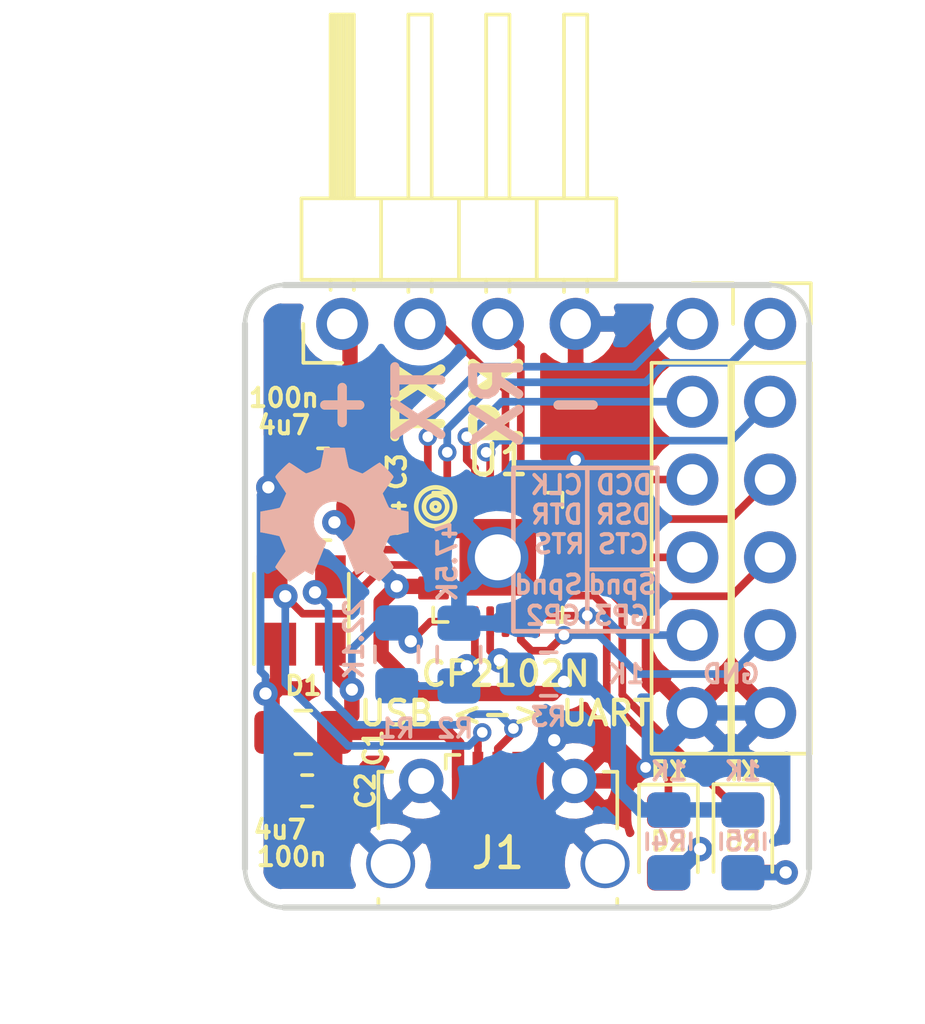
<source format=kicad_pcb>
(kicad_pcb (version 20171130) (host pcbnew 5.1.4-e60b266~84~ubuntu18.04.1)

  (general
    (thickness 1.6)
    (drawings 30)
    (tracks 208)
    (zones 0)
    (modules 18)
    (nets 26)
  )

  (page A4)
  (layers
    (0 F.Cu signal)
    (31 B.Cu signal)
    (32 B.Adhes user)
    (33 F.Adhes user)
    (34 B.Paste user)
    (35 F.Paste user)
    (36 B.SilkS user)
    (37 F.SilkS user)
    (38 B.Mask user)
    (39 F.Mask user)
    (40 Dwgs.User user)
    (41 Cmts.User user)
    (42 Eco1.User user)
    (43 Eco2.User user)
    (44 Edge.Cuts user)
    (45 Margin user)
    (46 B.CrtYd user)
    (47 F.CrtYd user)
    (48 B.Fab user)
    (49 F.Fab user)
  )

  (setup
    (last_trace_width 0.25)
    (user_trace_width 0.5)
    (trace_clearance 0.17)
    (zone_clearance 0.508)
    (zone_45_only no)
    (trace_min 0.2)
    (via_size 0.8)
    (via_drill 0.4)
    (via_min_size 0.4)
    (via_min_drill 0.3)
    (user_via 0.6 0.35)
    (uvia_size 0.3)
    (uvia_drill 0.1)
    (uvias_allowed no)
    (uvia_min_size 0.2)
    (uvia_min_drill 0.1)
    (edge_width 0.15)
    (segment_width 0.2)
    (pcb_text_width 0.15)
    (pcb_text_size 1 1)
    (mod_edge_width 0.15)
    (mod_text_size 1 1)
    (mod_text_width 0.15)
    (pad_size 1.7 1.7)
    (pad_drill 1)
    (pad_to_mask_clearance 0.025)
    (solder_mask_min_width 0.11)
    (aux_axis_origin 0 0)
    (visible_elements FFFFFF7F)
    (pcbplotparams
      (layerselection 0x010fc_ffffffff)
      (usegerberextensions false)
      (usegerberattributes false)
      (usegerberadvancedattributes false)
      (creategerberjobfile false)
      (excludeedgelayer true)
      (linewidth 0.100000)
      (plotframeref false)
      (viasonmask false)
      (mode 1)
      (useauxorigin false)
      (hpglpennumber 1)
      (hpglpenspeed 20)
      (hpglpendiameter 15.000000)
      (psnegative false)
      (psa4output false)
      (plotreference true)
      (plotvalue true)
      (plotinvisibletext false)
      (padsonsilk false)
      (subtractmaskfromsilk false)
      (outputformat 1)
      (mirror false)
      (drillshape 1)
      (scaleselection 1)
      (outputdirectory ""))
  )

  (net 0 "")
  (net 1 GND)
  (net 2 VBUS)
  (net 3 VAA)
  (net 4 USB_DP)
  (net 5 USB_DM)
  (net 6 "Net-(D2-Pad1)")
  (net 7 "Net-(D2-Pad2)")
  (net 8 "Net-(D3-Pad2)")
  (net 9 "Net-(D3-Pad1)")
  (net 10 RX)
  (net 11 TX)
  (net 12 CTS)
  (net 13 RTS)
  (net 14 DSR)
  (net 15 DTR)
  (net 16 DCD)
  (net 17 CLK)
  (net 18 Suspend)
  (net 19 ~Suspend)
  (net 20 "Net-(R1-Pad1)")
  (net 21 "Net-(R3-Pad1)")
  (net 22 "Net-(U1-Pad10)")
  (net 23 "Net-(U1-Pad16)")
  (net 24 GPIO3)
  (net 25 GPIO2)

  (net_class Default "This is the default net class."
    (clearance 0.17)
    (trace_width 0.25)
    (via_dia 0.8)
    (via_drill 0.4)
    (uvia_dia 0.3)
    (uvia_drill 0.1)
    (add_net CLK)
    (add_net CTS)
    (add_net DCD)
    (add_net DSR)
    (add_net DTR)
    (add_net GND)
    (add_net GPIO2)
    (add_net GPIO3)
    (add_net "Net-(D2-Pad1)")
    (add_net "Net-(D2-Pad2)")
    (add_net "Net-(D3-Pad1)")
    (add_net "Net-(D3-Pad2)")
    (add_net "Net-(R1-Pad1)")
    (add_net "Net-(R3-Pad1)")
    (add_net "Net-(U1-Pad10)")
    (add_net "Net-(U1-Pad16)")
    (add_net RTS)
    (add_net RX)
    (add_net Suspend)
    (add_net TX)
    (add_net USB_DM)
    (add_net USB_DP)
    (add_net VAA)
    (add_net VBUS)
    (add_net ~Suspend)
  )

  (module CP2102N_bb:oshw_logo (layer B.Cu) (tedit 0) (tstamp 5DB391EA)
    (at 120.396 100.203 180)
    (fp_text reference G*** (at 0 0) (layer B.SilkS) hide
      (effects (font (size 1.524 1.524) (thickness 0.3)) (justify mirror))
    )
    (fp_text value LOGO (at 0.75 0) (layer B.SilkS) hide
      (effects (font (size 1.524 1.524) (thickness 0.3)) (justify mirror))
    )
    (fp_poly (pts (xy -0.001292 2.180606) (xy 0.003843 2.180534) (xy 0.3302 2.175934) (xy 0.386481 1.8796)
      (xy 0.405566 1.781252) (xy 0.423538 1.692558) (xy 0.439087 1.619686) (xy 0.450905 1.568803)
      (xy 0.456967 1.547621) (xy 0.47545 1.526463) (xy 0.517697 1.499851) (xy 0.58655 1.466249)
      (xy 0.684849 1.42412) (xy 0.686486 1.423446) (xy 0.767234 1.391558) (xy 0.838365 1.365907)
      (xy 0.893295 1.348692) (xy 0.925436 1.342111) (xy 0.929267 1.342418) (xy 0.951611 1.354161)
      (xy 0.996603 1.382096) (xy 1.059187 1.422933) (xy 1.134309 1.473384) (xy 1.20462 1.521627)
      (xy 1.285998 1.577126) (xy 1.35882 1.625154) (xy 1.41815 1.662586) (xy 1.459053 1.686298)
      (xy 1.475798 1.693334) (xy 1.494702 1.681842) (xy 1.533011 1.649916) (xy 1.586502 1.601383)
      (xy 1.650947 1.540068) (xy 1.717138 1.4748) (xy 1.801192 1.38922) (xy 1.86213 1.32387)
      (xy 1.901998 1.276313) (xy 1.922842 1.244112) (xy 1.926765 1.225033) (xy 1.914748 1.201466)
      (xy 1.886574 1.15527) (xy 1.845525 1.09155) (xy 1.79488 1.015409) (xy 1.744733 0.941826)
      (xy 1.571123 0.689851) (xy 1.667593 0.464289) (xy 1.703348 0.382669) (xy 1.735946 0.311895)
      (xy 1.762478 0.258018) (xy 1.780037 0.227089) (xy 1.783732 0.222628) (xy 1.806038 0.214497)
      (xy 1.856011 0.201727) (xy 1.927971 0.185597) (xy 2.01624 0.167382) (xy 2.1082 0.149652)
      (xy 2.413 0.092776) (xy 2.417591 -0.241479) (xy 2.418775 -0.343713) (xy 2.419389 -0.433336)
      (xy 2.419435 -0.505243) (xy 2.418913 -0.554327) (xy 2.417822 -0.575484) (xy 2.417591 -0.575936)
      (xy 2.388358 -0.579822) (xy 2.334674 -0.589274) (xy 2.262951 -0.60296) (xy 2.179603 -0.619547)
      (xy 2.091042 -0.637704) (xy 2.00368 -0.656097) (xy 1.923931 -0.673395) (xy 1.858207 -0.688266)
      (xy 1.81292 -0.699377) (xy 1.794488 -0.705391) (xy 1.783697 -0.725416) (xy 1.763082 -0.77113)
      (xy 1.735163 -0.836686) (xy 1.702457 -0.916234) (xy 1.684985 -0.959707) (xy 1.589239 -1.199747)
      (xy 1.75982 -1.449311) (xy 1.814818 -1.530775) (xy 1.862441 -1.603223) (xy 1.899609 -1.661814)
      (xy 1.923243 -1.701706) (xy 1.9304 -1.717506) (xy 1.918926 -1.734778) (xy 1.886991 -1.771726)
      (xy 1.838321 -1.824325) (xy 1.776647 -1.88855) (xy 1.705696 -1.960376) (xy 1.702254 -1.963813)
      (xy 1.474107 -2.19149) (xy 1.376287 -2.124015) (xy 1.319643 -2.085018) (xy 1.246324 -2.034648)
      (xy 1.16761 -1.98065) (xy 1.120817 -1.94859) (xy 0.963168 -1.84064) (xy 0.838459 -1.906551)
      (xy 0.780556 -1.935751) (xy 0.73484 -1.956177) (xy 0.708761 -1.964597) (xy 0.70567 -1.964131)
      (xy 0.696488 -1.945888) (xy 0.676546 -1.900739) (xy 0.647693 -1.833198) (xy 0.61178 -1.747775)
      (xy 0.570653 -1.648983) (xy 0.526163 -1.541336) (xy 0.480159 -1.429344) (xy 0.434488 -1.31752)
      (xy 0.391001 -1.210378) (xy 0.351545 -1.112428) (xy 0.31797 -1.028184) (xy 0.292124 -0.962158)
      (xy 0.275857 -0.918862) (xy 0.270933 -0.903115) (xy 0.283914 -0.884129) (xy 0.31818 -0.852842)
      (xy 0.366719 -0.815559) (xy 0.374191 -0.810265) (xy 0.438403 -0.758297) (xy 0.50172 -0.695867)
      (xy 0.543825 -0.64514) (xy 0.617792 -0.516112) (xy 0.660801 -0.383074) (xy 0.674936 -0.249461)
      (xy 0.662276 -0.118711) (xy 0.624903 0.005739) (xy 0.564898 0.120453) (xy 0.484342 0.221993)
      (xy 0.385316 0.306924) (xy 0.269901 0.371808) (xy 0.140179 0.413209) (xy -0.00177 0.427689)
      (xy -0.101621 0.420764) (xy -0.229493 0.387372) (xy -0.353021 0.325576) (xy -0.464406 0.240664)
      (xy -0.555848 0.137922) (xy -0.585024 0.093134) (xy -0.623614 0.009087) (xy -0.654512 -0.092516)
      (xy -0.673454 -0.195539) (xy -0.677333 -0.256049) (xy -0.665933 -0.356187) (xy -0.634767 -0.466261)
      (xy -0.588384 -0.57263) (xy -0.550735 -0.635508) (xy -0.505347 -0.690708) (xy -0.444448 -0.751059)
      (xy -0.381136 -0.803594) (xy -0.380483 -0.804074) (xy -0.329249 -0.843969) (xy -0.29083 -0.878229)
      (xy -0.271861 -0.900801) (xy -0.270933 -0.904018) (xy -0.277159 -0.923233) (xy -0.294603 -0.969181)
      (xy -0.321416 -1.037353) (xy -0.35575 -1.12324) (xy -0.395754 -1.222331) (xy -0.439579 -1.330117)
      (xy -0.485377 -1.442087) (xy -0.531297 -1.553731) (xy -0.575492 -1.66054) (xy -0.616111 -1.758004)
      (xy -0.651305 -1.841613) (xy -0.679225 -1.906856) (xy -0.698022 -1.949225) (xy -0.705588 -1.964049)
      (xy -0.72309 -1.960424) (xy -0.762706 -1.943568) (xy -0.81698 -1.916764) (xy -0.837008 -1.906203)
      (xy -0.960428 -1.840109) (xy -1.199718 -2.004256) (xy -1.279784 -2.058818) (xy -1.351026 -2.106684)
      (xy -1.408395 -2.144517) (xy -1.446844 -2.168981) (xy -1.460372 -2.176602) (xy -1.47847 -2.167724)
      (xy -1.516077 -2.138113) (xy -1.569128 -2.091358) (xy -1.633561 -2.031045) (xy -1.705313 -1.96076)
      (xy -1.708487 -1.957583) (xy -1.792919 -1.871828) (xy -1.854574 -1.806328) (xy -1.895651 -1.758467)
      (xy -1.918351 -1.725628) (xy -1.924873 -1.705195) (xy -1.924066 -1.701251) (xy -1.911076 -1.678045)
      (xy -1.882225 -1.63232) (xy -1.84097 -1.56937) (xy -1.790768 -1.494491) (xy -1.751092 -1.436267)
      (xy -1.589289 -1.200397) (xy -1.687532 -0.953664) (xy -1.731934 -0.84588) (xy -1.767466 -0.768238)
      (xy -1.795251 -0.718523) (xy -1.816414 -0.694519) (xy -1.819987 -0.692593) (xy -1.849569 -0.68415)
      (xy -1.904627 -0.671833) (xy -1.977228 -0.657313) (xy -2.0574 -0.642617) (xy -2.145508 -0.626918)
      (xy -2.229755 -0.611473) (xy -2.299861 -0.598193) (xy -2.341386 -0.589877) (xy -2.422172 -0.572775)
      (xy -2.417586 -0.24) (xy -2.413 0.092776) (xy -2.1082 0.149652) (xy -2.009845 0.168659)
      (xy -1.922504 0.186772) (xy -1.851858 0.202715) (xy -1.803584 0.21521) (xy -1.783732 0.222628)
      (xy -1.770313 0.243328) (xy -1.746824 0.289259) (xy -1.716173 0.35437) (xy -1.681268 0.432608)
      (xy -1.667593 0.464289) (xy -1.571122 0.689851) (xy -1.744733 0.941826) (xy -1.801129 1.024696)
      (xy -1.850831 1.09966) (xy -1.890557 1.161613) (xy -1.917028 1.20545) (xy -1.926765 1.225033)
      (xy -1.922661 1.244491) (xy -1.901549 1.276902) (xy -1.861382 1.324706) (xy -1.800115 1.390339)
      (xy -1.717137 1.4748) (xy -1.646337 1.544569) (xy -1.582619 1.605125) (xy -1.530195 1.652645)
      (xy -1.493274 1.683304) (xy -1.476522 1.693334) (xy -1.455956 1.684147) (xy -1.412428 1.658607)
      (xy -1.35075 1.619742) (xy -1.275731 1.570582) (xy -1.194193 1.515534) (xy -1.1111 1.459308)
      (xy -1.037006 1.410397) (xy -0.976632 1.37182) (xy -0.934701 1.346593) (xy -0.916035 1.337734)
      (xy -0.891756 1.344014) (xy -0.843974 1.360819) (xy -0.78021 1.3851) (xy -0.707987 1.413806)
      (xy -0.634828 1.443886) (xy -0.568256 1.47229) (xy -0.515792 1.495968) (xy -0.484959 1.511868)
      (xy -0.482422 1.51357) (xy -0.46886 1.532965) (xy -0.453957 1.573969) (xy -0.436889 1.639691)
      (xy -0.416834 1.73324) (xy -0.396929 1.836387) (xy -0.378369 1.934497) (xy -0.361361 2.021929)
      (xy -0.347072 2.092878) (xy -0.336668 2.141541) (xy -0.331591 2.161482) (xy -0.322794 2.169824)
      (xy -0.301017 2.17579) (xy -0.26212 2.179617) (xy -0.20196 2.181538) (xy -0.116398 2.181789)
      (xy -0.001292 2.180606)) (layer B.SilkS) (width 0.01))
  )

  (module Capacitor_SMD:C_0805_2012Metric_Pad1.15x1.40mm_HandSolder (layer F.Cu) (tedit 5C78407F) (tstamp 5C840380)
    (at 119.38 107.315 180)
    (descr "Capacitor SMD 0805 (2012 Metric), square (rectangular) end terminal, IPC_7351 nominal with elongated pad for handsoldering. (Body size source: https://docs.google.com/spreadsheets/d/1BsfQQcO9C6DZCsRaXUlFlo91Tg2WpOkGARC1WS5S8t0/edit?usp=sharing), generated with kicad-footprint-generator")
    (tags "capacitor handsolder")
    (path /5C775187)
    (attr smd)
    (fp_text reference C1 (at -2.286 -0.508 270) (layer F.SilkS)
      (effects (font (size 0.6 0.6) (thickness 0.13)))
    )
    (fp_text value 4u7 (at 0.771 -3.175 180) (layer F.SilkS)
      (effects (font (size 0.6 0.6) (thickness 0.13)))
    )
    (fp_text user %R (at 0 0 180) (layer F.Fab)
      (effects (font (size 0.5 0.5) (thickness 0.08)))
    )
    (fp_line (start 1.85 0.95) (end -1.85 0.95) (layer F.CrtYd) (width 0.05))
    (fp_line (start 1.85 -0.95) (end 1.85 0.95) (layer F.CrtYd) (width 0.05))
    (fp_line (start -1.85 -0.95) (end 1.85 -0.95) (layer F.CrtYd) (width 0.05))
    (fp_line (start -1.85 0.95) (end -1.85 -0.95) (layer F.CrtYd) (width 0.05))
    (fp_line (start -0.261252 0.71) (end 0.261252 0.71) (layer F.SilkS) (width 0.12))
    (fp_line (start -0.261252 -0.71) (end 0.261252 -0.71) (layer F.SilkS) (width 0.12))
    (fp_line (start 1 0.6) (end -1 0.6) (layer F.Fab) (width 0.1))
    (fp_line (start 1 -0.6) (end 1 0.6) (layer F.Fab) (width 0.1))
    (fp_line (start -1 -0.6) (end 1 -0.6) (layer F.Fab) (width 0.1))
    (fp_line (start -1 0.6) (end -1 -0.6) (layer F.Fab) (width 0.1))
    (pad 2 smd roundrect (at 1.025 0 180) (size 1.15 1.4) (layers F.Cu F.Paste F.Mask) (roundrect_rratio 0.217391)
      (net 1 GND))
    (pad 1 smd roundrect (at -1.025 0 180) (size 1.15 1.4) (layers F.Cu F.Paste F.Mask) (roundrect_rratio 0.217391)
      (net 2 VBUS))
    (model ${KISYS3DMOD}/Capacitor_SMD.3dshapes/C_0805_2012Metric.wrl
      (at (xyz 0 0 0))
      (scale (xyz 1 1 1))
      (rotate (xyz 0 0 0))
    )
  )

  (module Capacitor_SMD:C_0603_1608Metric_Pad1.05x0.95mm_HandSolder (layer F.Cu) (tedit 5C78408C) (tstamp 5C840E3D)
    (at 119.507 109.22 180)
    (descr "Capacitor SMD 0603 (1608 Metric), square (rectangular) end terminal, IPC_7351 nominal with elongated pad for handsoldering. (Body size source: http://www.tortai-tech.com/upload/download/2011102023233369053.pdf), generated with kicad-footprint-generator")
    (tags "capacitor handsolder")
    (path /5C77539D)
    (attr smd)
    (fp_text reference C2 (at -1.905 0 270) (layer F.SilkS)
      (effects (font (size 0.6 0.6) (thickness 0.13)))
    )
    (fp_text value 100n (at 0.508 -2.159 180) (layer F.SilkS)
      (effects (font (size 0.6 0.6) (thickness 0.13)))
    )
    (fp_text user %R (at 0 0 180) (layer F.Fab)
      (effects (font (size 0.4 0.4) (thickness 0.06)))
    )
    (fp_line (start 1.65 0.73) (end -1.65 0.73) (layer F.CrtYd) (width 0.05))
    (fp_line (start 1.65 -0.73) (end 1.65 0.73) (layer F.CrtYd) (width 0.05))
    (fp_line (start -1.65 -0.73) (end 1.65 -0.73) (layer F.CrtYd) (width 0.05))
    (fp_line (start -1.65 0.73) (end -1.65 -0.73) (layer F.CrtYd) (width 0.05))
    (fp_line (start -0.171267 0.51) (end 0.171267 0.51) (layer F.SilkS) (width 0.12))
    (fp_line (start -0.171267 -0.51) (end 0.171267 -0.51) (layer F.SilkS) (width 0.12))
    (fp_line (start 0.8 0.4) (end -0.8 0.4) (layer F.Fab) (width 0.1))
    (fp_line (start 0.8 -0.4) (end 0.8 0.4) (layer F.Fab) (width 0.1))
    (fp_line (start -0.8 -0.4) (end 0.8 -0.4) (layer F.Fab) (width 0.1))
    (fp_line (start -0.8 0.4) (end -0.8 -0.4) (layer F.Fab) (width 0.1))
    (pad 2 smd roundrect (at 0.875 0 180) (size 1.05 0.95) (layers F.Cu F.Paste F.Mask) (roundrect_rratio 0.25)
      (net 1 GND))
    (pad 1 smd roundrect (at -0.875 0 180) (size 1.05 0.95) (layers F.Cu F.Paste F.Mask) (roundrect_rratio 0.25)
      (net 2 VBUS))
    (model ${KISYS3DMOD}/Capacitor_SMD.3dshapes/C_0603_1608Metric.wrl
      (at (xyz 0 0 0))
      (scale (xyz 1 1 1))
      (rotate (xyz 0 0 0))
    )
  )

  (module Capacitor_SMD:C_0603_1608Metric_Pad1.05x0.95mm_HandSolder (layer F.Cu) (tedit 5C783C06) (tstamp 5C8403A2)
    (at 120.029 98.552 180)
    (descr "Capacitor SMD 0603 (1608 Metric), square (rectangular) end terminal, IPC_7351 nominal with elongated pad for handsoldering. (Body size source: http://www.tortai-tech.com/upload/download/2011102023233369053.pdf), generated with kicad-footprint-generator")
    (tags "capacitor handsolder")
    (path /5C776745)
    (attr smd)
    (fp_text reference C3 (at -2.399 -0.254 270) (layer F.SilkS)
      (effects (font (size 0.6 0.6) (thickness 0.13)))
    )
    (fp_text value 100n (at 1.284 2.159) (layer F.SilkS)
      (effects (font (size 0.6 0.6) (thickness 0.13)))
    )
    (fp_line (start -0.8 0.4) (end -0.8 -0.4) (layer F.Fab) (width 0.1))
    (fp_line (start -0.8 -0.4) (end 0.8 -0.4) (layer F.Fab) (width 0.1))
    (fp_line (start 0.8 -0.4) (end 0.8 0.4) (layer F.Fab) (width 0.1))
    (fp_line (start 0.8 0.4) (end -0.8 0.4) (layer F.Fab) (width 0.1))
    (fp_line (start -0.171267 -0.51) (end 0.171267 -0.51) (layer F.SilkS) (width 0.12))
    (fp_line (start -0.171267 0.51) (end 0.171267 0.51) (layer F.SilkS) (width 0.12))
    (fp_line (start -1.65 0.73) (end -1.65 -0.73) (layer F.CrtYd) (width 0.05))
    (fp_line (start -1.65 -0.73) (end 1.65 -0.73) (layer F.CrtYd) (width 0.05))
    (fp_line (start 1.65 -0.73) (end 1.65 0.73) (layer F.CrtYd) (width 0.05))
    (fp_line (start 1.65 0.73) (end -1.65 0.73) (layer F.CrtYd) (width 0.05))
    (fp_text user %R (at 0 0 180) (layer F.Fab)
      (effects (font (size 0.4 0.4) (thickness 0.06)))
    )
    (pad 1 smd roundrect (at -0.875 0 180) (size 1.05 0.95) (layers F.Cu F.Paste F.Mask) (roundrect_rratio 0.25)
      (net 3 VAA))
    (pad 2 smd roundrect (at 0.875 0 180) (size 1.05 0.95) (layers F.Cu F.Paste F.Mask) (roundrect_rratio 0.25)
      (net 1 GND))
    (model ${KISYS3DMOD}/Capacitor_SMD.3dshapes/C_0603_1608Metric.wrl
      (at (xyz 0 0 0))
      (scale (xyz 1 1 1))
      (rotate (xyz 0 0 0))
    )
  )

  (module Capacitor_SMD:C_0805_2012Metric_Pad1.15x1.40mm_HandSolder (layer F.Cu) (tedit 5C784078) (tstamp 5C843CF5)
    (at 120.006 100.33)
    (descr "Capacitor SMD 0805 (2012 Metric), square (rectangular) end terminal, IPC_7351 nominal with elongated pad for handsoldering. (Body size source: https://docs.google.com/spreadsheets/d/1BsfQQcO9C6DZCsRaXUlFlo91Tg2WpOkGARC1WS5S8t0/edit?usp=sharing), generated with kicad-footprint-generator")
    (tags "capacitor handsolder")
    (path /5C7766E4)
    (attr smd)
    (fp_text reference C4 (at 2.422 0 90) (layer F.SilkS)
      (effects (font (size 0.6 0.6) (thickness 0.13)))
    )
    (fp_text value 4u7 (at -1.261 -3.048) (layer F.SilkS)
      (effects (font (size 0.6 0.6) (thickness 0.13)))
    )
    (fp_line (start -1 0.6) (end -1 -0.6) (layer F.Fab) (width 0.1))
    (fp_line (start -1 -0.6) (end 1 -0.6) (layer F.Fab) (width 0.1))
    (fp_line (start 1 -0.6) (end 1 0.6) (layer F.Fab) (width 0.1))
    (fp_line (start 1 0.6) (end -1 0.6) (layer F.Fab) (width 0.1))
    (fp_line (start -0.261252 -0.71) (end 0.261252 -0.71) (layer F.SilkS) (width 0.12))
    (fp_line (start -0.261252 0.71) (end 0.261252 0.71) (layer F.SilkS) (width 0.12))
    (fp_line (start -1.85 0.95) (end -1.85 -0.95) (layer F.CrtYd) (width 0.05))
    (fp_line (start -1.85 -0.95) (end 1.85 -0.95) (layer F.CrtYd) (width 0.05))
    (fp_line (start 1.85 -0.95) (end 1.85 0.95) (layer F.CrtYd) (width 0.05))
    (fp_line (start 1.85 0.95) (end -1.85 0.95) (layer F.CrtYd) (width 0.05))
    (fp_text user %R (at 0 0) (layer F.Fab)
      (effects (font (size 0.5 0.5) (thickness 0.08)))
    )
    (pad 1 smd roundrect (at -1.025 0) (size 1.15 1.4) (layers F.Cu F.Paste F.Mask) (roundrect_rratio 0.217391)
      (net 1 GND))
    (pad 2 smd roundrect (at 1.025 0) (size 1.15 1.4) (layers F.Cu F.Paste F.Mask) (roundrect_rratio 0.217391)
      (net 3 VAA))
    (model ${KISYS3DMOD}/Capacitor_SMD.3dshapes/C_0805_2012Metric.wrl
      (at (xyz 0 0 0))
      (scale (xyz 1 1 1))
      (rotate (xyz 0 0 0))
    )
  )

  (module Package_TO_SOT_SMD:SOT-143 (layer F.Cu) (tedit 5C78406F) (tstamp 5DB3C947)
    (at 119.314 103.335 90)
    (descr SOT-143)
    (tags SOT-143)
    (path /5C772831)
    (attr smd)
    (fp_text reference D1 (at -2.456 0.066 180) (layer F.SilkS)
      (effects (font (size 0.6 0.6) (thickness 0.13)))
    )
    (fp_text value SP0503BAHT (at -0.424 -2.601 90) (layer F.Fab)
      (effects (font (size 1 1) (thickness 0.15)))
    )
    (fp_text user %R (at 0 0 180) (layer F.Fab)
      (effects (font (size 0.5 0.5) (thickness 0.075)))
    )
    (fp_line (start -1.2 1.55) (end 1.2 1.55) (layer F.SilkS) (width 0.12))
    (fp_line (start 1.2 -1.55) (end -1.75 -1.55) (layer F.SilkS) (width 0.12))
    (fp_line (start -1.2 -1) (end -0.7 -1.5) (layer F.Fab) (width 0.1))
    (fp_line (start -0.7 -1.5) (end 1.2 -1.5) (layer F.Fab) (width 0.1))
    (fp_line (start -1.2 1.5) (end -1.2 -1) (layer F.Fab) (width 0.1))
    (fp_line (start 1.2 1.5) (end -1.2 1.5) (layer F.Fab) (width 0.1))
    (fp_line (start 1.2 -1.5) (end 1.2 1.5) (layer F.Fab) (width 0.1))
    (fp_line (start 2.05 -1.75) (end 2.05 1.75) (layer F.CrtYd) (width 0.05))
    (fp_line (start 2.05 -1.75) (end -2.05 -1.75) (layer F.CrtYd) (width 0.05))
    (fp_line (start -2.05 1.75) (end 2.05 1.75) (layer F.CrtYd) (width 0.05))
    (fp_line (start -2.05 1.75) (end -2.05 -1.75) (layer F.CrtYd) (width 0.05))
    (pad 1 smd rect (at -1.1 -0.77) (size 1.2 1.4) (layers F.Cu F.Paste F.Mask)
      (net 1 GND))
    (pad 2 smd rect (at -1.1 0.95) (size 1 1.4) (layers F.Cu F.Paste F.Mask)
      (net 2 VBUS))
    (pad 3 smd rect (at 1.1 0.95) (size 1 1.4) (layers F.Cu F.Paste F.Mask)
      (net 4 USB_DP))
    (pad 4 smd rect (at 1.1 -0.95) (size 1 1.4) (layers F.Cu F.Paste F.Mask)
      (net 5 USB_DM))
    (model ${KISYS3DMOD}/Package_TO_SOT_SMD.3dshapes/SOT-143.wrl
      (at (xyz 0 0 0))
      (scale (xyz 1 1 1))
      (rotate (xyz 0 0 0))
    )
  )

  (module LED_SMD:LED_0805_2012Metric_Pad1.15x1.40mm_HandSolder (layer F.Cu) (tedit 5C783C1D) (tstamp 5C8403DA)
    (at 131.3 110.88 270)
    (descr "LED SMD 0805 (2012 Metric), square (rectangular) end terminal, IPC_7351 nominal, (Body size source: https://docs.google.com/spreadsheets/d/1BsfQQcO9C6DZCsRaXUlFlo91Tg2WpOkGARC1WS5S8t0/edit?usp=sharing), generated with kicad-footprint-generator")
    (tags "LED handsolder")
    (path /5C77CD3A)
    (attr smd)
    (fp_text reference D2 (at -0.009 -0.018) (layer F.SilkS)
      (effects (font (size 0.6 0.6) (thickness 0.13)))
    )
    (fp_text value RX (at -2.295 -0.018) (layer F.SilkS)
      (effects (font (size 0.6 0.6) (thickness 0.13)))
    )
    (fp_line (start 1 -0.6) (end -0.7 -0.6) (layer F.Fab) (width 0.1))
    (fp_line (start -0.7 -0.6) (end -1 -0.3) (layer F.Fab) (width 0.1))
    (fp_line (start -1 -0.3) (end -1 0.6) (layer F.Fab) (width 0.1))
    (fp_line (start -1 0.6) (end 1 0.6) (layer F.Fab) (width 0.1))
    (fp_line (start 1 0.6) (end 1 -0.6) (layer F.Fab) (width 0.1))
    (fp_line (start 1 -0.96) (end -1.86 -0.96) (layer F.SilkS) (width 0.12))
    (fp_line (start -1.86 -0.96) (end -1.86 0.96) (layer F.SilkS) (width 0.12))
    (fp_line (start -1.86 0.96) (end 1 0.96) (layer F.SilkS) (width 0.12))
    (fp_line (start -1.85 0.95) (end -1.85 -0.95) (layer F.CrtYd) (width 0.05))
    (fp_line (start -1.85 -0.95) (end 1.85 -0.95) (layer F.CrtYd) (width 0.05))
    (fp_line (start 1.85 -0.95) (end 1.85 0.95) (layer F.CrtYd) (width 0.05))
    (fp_line (start 1.85 0.95) (end -1.85 0.95) (layer F.CrtYd) (width 0.05))
    (fp_text user %R (at 0 0 270) (layer F.Fab)
      (effects (font (size 0.5 0.5) (thickness 0.08)))
    )
    (pad 1 smd roundrect (at -1.025 0 270) (size 1.15 1.4) (layers F.Cu F.Paste F.Mask) (roundrect_rratio 0.217391)
      (net 6 "Net-(D2-Pad1)"))
    (pad 2 smd roundrect (at 1.025 0 270) (size 1.15 1.4) (layers F.Cu F.Paste F.Mask) (roundrect_rratio 0.217391)
      (net 7 "Net-(D2-Pad2)"))
    (model ${KISYS3DMOD}/LED_SMD.3dshapes/LED_0805_2012Metric.wrl
      (at (xyz 0 0 0))
      (scale (xyz 1 1 1))
      (rotate (xyz 0 0 0))
    )
  )

  (module LED_SMD:LED_0805_2012Metric_Pad1.15x1.40mm_HandSolder (layer F.Cu) (tedit 5C783C25) (tstamp 5C8403ED)
    (at 133.731 110.871 270)
    (descr "LED SMD 0805 (2012 Metric), square (rectangular) end terminal, IPC_7351 nominal, (Body size source: https://docs.google.com/spreadsheets/d/1BsfQQcO9C6DZCsRaXUlFlo91Tg2WpOkGARC1WS5S8t0/edit?usp=sharing), generated with kicad-footprint-generator")
    (tags "LED handsolder")
    (path /5C77CB7E)
    (attr smd)
    (fp_text reference D3 (at 0 0) (layer F.SilkS)
      (effects (font (size 0.6 0.6) (thickness 0.13)))
    )
    (fp_text value TX (at -2.286 0) (layer F.SilkS)
      (effects (font (size 0.6 0.6) (thickness 0.13)))
    )
    (fp_text user %R (at 0 0 270) (layer F.Fab)
      (effects (font (size 0.5 0.5) (thickness 0.08)))
    )
    (fp_line (start 1.85 0.95) (end -1.85 0.95) (layer F.CrtYd) (width 0.05))
    (fp_line (start 1.85 -0.95) (end 1.85 0.95) (layer F.CrtYd) (width 0.05))
    (fp_line (start -1.85 -0.95) (end 1.85 -0.95) (layer F.CrtYd) (width 0.05))
    (fp_line (start -1.85 0.95) (end -1.85 -0.95) (layer F.CrtYd) (width 0.05))
    (fp_line (start -1.86 0.96) (end 1 0.96) (layer F.SilkS) (width 0.12))
    (fp_line (start -1.86 -0.96) (end -1.86 0.96) (layer F.SilkS) (width 0.12))
    (fp_line (start 1 -0.96) (end -1.86 -0.96) (layer F.SilkS) (width 0.12))
    (fp_line (start 1 0.6) (end 1 -0.6) (layer F.Fab) (width 0.1))
    (fp_line (start -1 0.6) (end 1 0.6) (layer F.Fab) (width 0.1))
    (fp_line (start -1 -0.3) (end -1 0.6) (layer F.Fab) (width 0.1))
    (fp_line (start -0.7 -0.6) (end -1 -0.3) (layer F.Fab) (width 0.1))
    (fp_line (start 1 -0.6) (end -0.7 -0.6) (layer F.Fab) (width 0.1))
    (pad 2 smd roundrect (at 1.025 0 270) (size 1.15 1.4) (layers F.Cu F.Paste F.Mask) (roundrect_rratio 0.217391)
      (net 8 "Net-(D3-Pad2)"))
    (pad 1 smd roundrect (at -1.025 0 270) (size 1.15 1.4) (layers F.Cu F.Paste F.Mask) (roundrect_rratio 0.217391)
      (net 9 "Net-(D3-Pad1)"))
    (model ${KISYS3DMOD}/LED_SMD.3dshapes/LED_0805_2012Metric.wrl
      (at (xyz 0 0 0))
      (scale (xyz 1 1 1))
      (rotate (xyz 0 0 0))
    )
  )

  (module Connector_PinHeader_2.54mm:PinHeader_1x04_P2.54mm_Horizontal (layer F.Cu) (tedit 5DB36A14) (tstamp 5C840463)
    (at 120.65 93.98 90)
    (descr "Through hole angled pin header, 1x04, 2.54mm pitch, 6mm pin length, single row")
    (tags "Through hole angled pin header THT 1x04 2.54mm single row")
    (path /5C7B231D)
    (fp_text reference J2 (at 4.385 -2.27 90) (layer F.Fab)
      (effects (font (size 1 1) (thickness 0.15)))
    )
    (fp_text value UART (at 4.385 9.89 90) (layer F.Fab)
      (effects (font (size 1 1) (thickness 0.15)))
    )
    (fp_line (start 2.135 -1.27) (end 4.04 -1.27) (layer F.Fab) (width 0.1))
    (fp_line (start 4.04 -1.27) (end 4.04 8.89) (layer F.Fab) (width 0.1))
    (fp_line (start 4.04 8.89) (end 1.5 8.89) (layer F.Fab) (width 0.1))
    (fp_line (start 1.5 8.89) (end 1.5 -0.635) (layer F.Fab) (width 0.1))
    (fp_line (start 1.5 -0.635) (end 2.135 -1.27) (layer F.Fab) (width 0.1))
    (fp_line (start -0.32 -0.32) (end 1.5 -0.32) (layer F.Fab) (width 0.1))
    (fp_line (start -0.32 -0.32) (end -0.32 0.32) (layer F.Fab) (width 0.1))
    (fp_line (start -0.32 0.32) (end 1.5 0.32) (layer F.Fab) (width 0.1))
    (fp_line (start 4.04 -0.32) (end 10.04 -0.32) (layer F.Fab) (width 0.1))
    (fp_line (start 10.04 -0.32) (end 10.04 0.32) (layer F.Fab) (width 0.1))
    (fp_line (start 4.04 0.32) (end 10.04 0.32) (layer F.Fab) (width 0.1))
    (fp_line (start -0.32 2.22) (end 1.5 2.22) (layer F.Fab) (width 0.1))
    (fp_line (start -0.32 2.22) (end -0.32 2.86) (layer F.Fab) (width 0.1))
    (fp_line (start -0.32 2.86) (end 1.5 2.86) (layer F.Fab) (width 0.1))
    (fp_line (start 4.04 2.22) (end 10.04 2.22) (layer F.Fab) (width 0.1))
    (fp_line (start 10.04 2.22) (end 10.04 2.86) (layer F.Fab) (width 0.1))
    (fp_line (start 4.04 2.86) (end 10.04 2.86) (layer F.Fab) (width 0.1))
    (fp_line (start -0.32 4.76) (end 1.5 4.76) (layer F.Fab) (width 0.1))
    (fp_line (start -0.32 4.76) (end -0.32 5.4) (layer F.Fab) (width 0.1))
    (fp_line (start -0.32 5.4) (end 1.5 5.4) (layer F.Fab) (width 0.1))
    (fp_line (start 4.04 4.76) (end 10.04 4.76) (layer F.Fab) (width 0.1))
    (fp_line (start 10.04 4.76) (end 10.04 5.4) (layer F.Fab) (width 0.1))
    (fp_line (start 4.04 5.4) (end 10.04 5.4) (layer F.Fab) (width 0.1))
    (fp_line (start -0.32 7.3) (end 1.5 7.3) (layer F.Fab) (width 0.1))
    (fp_line (start -0.32 7.3) (end -0.32 7.94) (layer F.Fab) (width 0.1))
    (fp_line (start -0.32 7.94) (end 1.5 7.94) (layer F.Fab) (width 0.1))
    (fp_line (start 4.04 7.3) (end 10.04 7.3) (layer F.Fab) (width 0.1))
    (fp_line (start 10.04 7.3) (end 10.04 7.94) (layer F.Fab) (width 0.1))
    (fp_line (start 4.04 7.94) (end 10.04 7.94) (layer F.Fab) (width 0.1))
    (fp_line (start 1.44 -1.33) (end 1.44 8.95) (layer F.SilkS) (width 0.12))
    (fp_line (start 1.44 8.95) (end 4.1 8.95) (layer F.SilkS) (width 0.12))
    (fp_line (start 4.1 8.95) (end 4.1 -1.33) (layer F.SilkS) (width 0.12))
    (fp_line (start 4.1 -1.33) (end 1.44 -1.33) (layer F.SilkS) (width 0.12))
    (fp_line (start 4.1 -0.38) (end 10.1 -0.38) (layer F.SilkS) (width 0.12))
    (fp_line (start 10.1 -0.38) (end 10.1 0.38) (layer F.SilkS) (width 0.12))
    (fp_line (start 10.1 0.38) (end 4.1 0.38) (layer F.SilkS) (width 0.12))
    (fp_line (start 4.1 -0.32) (end 10.1 -0.32) (layer F.SilkS) (width 0.12))
    (fp_line (start 4.1 -0.2) (end 10.1 -0.2) (layer F.SilkS) (width 0.12))
    (fp_line (start 4.1 -0.08) (end 10.1 -0.08) (layer F.SilkS) (width 0.12))
    (fp_line (start 4.1 0.04) (end 10.1 0.04) (layer F.SilkS) (width 0.12))
    (fp_line (start 4.1 0.16) (end 10.1 0.16) (layer F.SilkS) (width 0.12))
    (fp_line (start 4.1 0.28) (end 10.1 0.28) (layer F.SilkS) (width 0.12))
    (fp_line (start 1.11 -0.38) (end 1.44 -0.38) (layer F.SilkS) (width 0.12))
    (fp_line (start 1.11 0.38) (end 1.44 0.38) (layer F.SilkS) (width 0.12))
    (fp_line (start 1.44 1.27) (end 4.1 1.27) (layer F.SilkS) (width 0.12))
    (fp_line (start 4.1 2.16) (end 10.1 2.16) (layer F.SilkS) (width 0.12))
    (fp_line (start 10.1 2.16) (end 10.1 2.92) (layer F.SilkS) (width 0.12))
    (fp_line (start 10.1 2.92) (end 4.1 2.92) (layer F.SilkS) (width 0.12))
    (fp_line (start 1.042929 2.16) (end 1.44 2.16) (layer F.SilkS) (width 0.12))
    (fp_line (start 1.042929 2.92) (end 1.44 2.92) (layer F.SilkS) (width 0.12))
    (fp_line (start 1.44 3.81) (end 4.1 3.81) (layer F.SilkS) (width 0.12))
    (fp_line (start 4.1 4.7) (end 10.1 4.7) (layer F.SilkS) (width 0.12))
    (fp_line (start 10.1 4.7) (end 10.1 5.46) (layer F.SilkS) (width 0.12))
    (fp_line (start 10.1 5.46) (end 4.1 5.46) (layer F.SilkS) (width 0.12))
    (fp_line (start 1.042929 4.7) (end 1.44 4.7) (layer F.SilkS) (width 0.12))
    (fp_line (start 1.042929 5.46) (end 1.44 5.46) (layer F.SilkS) (width 0.12))
    (fp_line (start 1.44 6.35) (end 4.1 6.35) (layer F.SilkS) (width 0.12))
    (fp_line (start 4.1 7.24) (end 10.1 7.24) (layer F.SilkS) (width 0.12))
    (fp_line (start 10.1 7.24) (end 10.1 8) (layer F.SilkS) (width 0.12))
    (fp_line (start 10.1 8) (end 4.1 8) (layer F.SilkS) (width 0.12))
    (fp_line (start 1.042929 7.24) (end 1.44 7.24) (layer F.SilkS) (width 0.12))
    (fp_line (start 1.042929 8) (end 1.44 8) (layer F.SilkS) (width 0.12))
    (fp_line (start -1.27 0) (end -1.27 -1.27) (layer F.SilkS) (width 0.12))
    (fp_line (start -1.27 -1.27) (end 0 -1.27) (layer F.SilkS) (width 0.12))
    (fp_line (start -1.8 -1.8) (end -1.8 9.4) (layer F.CrtYd) (width 0.05))
    (fp_line (start -1.8 9.4) (end 10.55 9.4) (layer F.CrtYd) (width 0.05))
    (fp_line (start 10.55 9.4) (end 10.55 -1.8) (layer F.CrtYd) (width 0.05))
    (fp_line (start 10.55 -1.8) (end -1.8 -1.8) (layer F.CrtYd) (width 0.05))
    (fp_text user %R (at 2.77 3.81 180) (layer F.Fab)
      (effects (font (size 1 1) (thickness 0.15)))
    )
    (pad 1 thru_hole circle (at 0 0 90) (size 1.7 1.7) (drill 1) (layers *.Cu *.Mask)
      (net 3 VAA))
    (pad 2 thru_hole oval (at 0 2.54 90) (size 1.7 1.7) (drill 1) (layers *.Cu *.Mask)
      (net 11 TX))
    (pad 3 thru_hole oval (at 0 5.08 90) (size 1.7 1.7) (drill 1) (layers *.Cu *.Mask)
      (net 10 RX))
    (pad 4 thru_hole oval (at 0 7.62 90) (size 1.7 1.7) (drill 1) (layers *.Cu *.Mask)
      (net 1 GND))
    (model ${KISYS3DMOD}/Connector_PinHeader_2.54mm.3dshapes/PinHeader_1x04_P2.54mm_Horizontal.wrl
      (at (xyz 0 0 0))
      (scale (xyz 1 1 1))
      (rotate (xyz 0 0 0))
    )
  )

  (module Resistor_SMD:R_0805_2012Metric_Pad1.15x1.40mm_HandSolder (layer B.Cu) (tedit 5C7763F9) (tstamp 5C8404BC)
    (at 122.428 104.766 90)
    (descr "Resistor SMD 0805 (2012 Metric), square (rectangular) end terminal, IPC_7351 nominal with elongated pad for handsoldering. (Body size source: https://docs.google.com/spreadsheets/d/1BsfQQcO9C6DZCsRaXUlFlo91Tg2WpOkGARC1WS5S8t0/edit?usp=sharing), generated with kicad-footprint-generator")
    (tags "resistor handsolder")
    (path /5C778A80)
    (attr smd)
    (fp_text reference R1 (at -2.422 0 180) (layer B.SilkS)
      (effects (font (size 0.6 0.6) (thickness 0.13)) (justify mirror))
    )
    (fp_text value 22.1K (at 0.499 -1.397 90) (layer B.SilkS)
      (effects (font (size 0.6 0.6) (thickness 0.13)) (justify mirror))
    )
    (fp_line (start -1 -0.6) (end -1 0.6) (layer B.Fab) (width 0.1))
    (fp_line (start -1 0.6) (end 1 0.6) (layer B.Fab) (width 0.1))
    (fp_line (start 1 0.6) (end 1 -0.6) (layer B.Fab) (width 0.1))
    (fp_line (start 1 -0.6) (end -1 -0.6) (layer B.Fab) (width 0.1))
    (fp_line (start -0.261252 0.71) (end 0.261252 0.71) (layer B.SilkS) (width 0.12))
    (fp_line (start -0.261252 -0.71) (end 0.261252 -0.71) (layer B.SilkS) (width 0.12))
    (fp_line (start -1.85 -0.95) (end -1.85 0.95) (layer B.CrtYd) (width 0.05))
    (fp_line (start -1.85 0.95) (end 1.85 0.95) (layer B.CrtYd) (width 0.05))
    (fp_line (start 1.85 0.95) (end 1.85 -0.95) (layer B.CrtYd) (width 0.05))
    (fp_line (start 1.85 -0.95) (end -1.85 -0.95) (layer B.CrtYd) (width 0.05))
    (fp_text user %R (at 0 0 90) (layer B.Fab)
      (effects (font (size 0.5 0.5) (thickness 0.08)) (justify mirror))
    )
    (pad 1 smd roundrect (at -1.025 0 90) (size 1.15 1.4) (layers B.Cu B.Paste B.Mask) (roundrect_rratio 0.217391)
      (net 20 "Net-(R1-Pad1)"))
    (pad 2 smd roundrect (at 1.025 0 90) (size 1.15 1.4) (layers B.Cu B.Paste B.Mask) (roundrect_rratio 0.217391)
      (net 2 VBUS))
    (model ${KISYS3DMOD}/Resistor_SMD.3dshapes/R_0805_2012Metric.wrl
      (at (xyz 0 0 0))
      (scale (xyz 1 1 1))
      (rotate (xyz 0 0 0))
    )
  )

  (module Resistor_SMD:R_0805_2012Metric_Pad1.15x1.40mm_HandSolder (layer B.Cu) (tedit 5C7763F3) (tstamp 5C8404CD)
    (at 124.46 104.775 270)
    (descr "Resistor SMD 0805 (2012 Metric), square (rectangular) end terminal, IPC_7351 nominal with elongated pad for handsoldering. (Body size source: https://docs.google.com/spreadsheets/d/1BsfQQcO9C6DZCsRaXUlFlo91Tg2WpOkGARC1WS5S8t0/edit?usp=sharing), generated with kicad-footprint-generator")
    (tags "resistor handsolder")
    (path /5C778A15)
    (attr smd)
    (fp_text reference R2 (at 2.413 0.127) (layer B.SilkS)
      (effects (font (size 0.6 0.6) (thickness 0.13)) (justify mirror))
    )
    (fp_text value 47.5K (at -3.048 0.381 270) (layer B.SilkS)
      (effects (font (size 0.6 0.6) (thickness 0.13)) (justify mirror))
    )
    (fp_text user %R (at 0 0 270) (layer B.Fab)
      (effects (font (size 0.5 0.5) (thickness 0.08)) (justify mirror))
    )
    (fp_line (start 1.85 -0.95) (end -1.85 -0.95) (layer B.CrtYd) (width 0.05))
    (fp_line (start 1.85 0.95) (end 1.85 -0.95) (layer B.CrtYd) (width 0.05))
    (fp_line (start -1.85 0.95) (end 1.85 0.95) (layer B.CrtYd) (width 0.05))
    (fp_line (start -1.85 -0.95) (end -1.85 0.95) (layer B.CrtYd) (width 0.05))
    (fp_line (start -0.261252 -0.71) (end 0.261252 -0.71) (layer B.SilkS) (width 0.12))
    (fp_line (start -0.261252 0.71) (end 0.261252 0.71) (layer B.SilkS) (width 0.12))
    (fp_line (start 1 -0.6) (end -1 -0.6) (layer B.Fab) (width 0.1))
    (fp_line (start 1 0.6) (end 1 -0.6) (layer B.Fab) (width 0.1))
    (fp_line (start -1 0.6) (end 1 0.6) (layer B.Fab) (width 0.1))
    (fp_line (start -1 -0.6) (end -1 0.6) (layer B.Fab) (width 0.1))
    (pad 2 smd roundrect (at 1.025 0 270) (size 1.15 1.4) (layers B.Cu B.Paste B.Mask) (roundrect_rratio 0.217391)
      (net 20 "Net-(R1-Pad1)"))
    (pad 1 smd roundrect (at -1.025 0 270) (size 1.15 1.4) (layers B.Cu B.Paste B.Mask) (roundrect_rratio 0.217391)
      (net 1 GND))
    (model ${KISYS3DMOD}/Resistor_SMD.3dshapes/R_0805_2012Metric.wrl
      (at (xyz 0 0 0))
      (scale (xyz 1 1 1))
      (rotate (xyz 0 0 0))
    )
  )

  (module Resistor_SMD:R_0805_2012Metric_Pad1.15x1.40mm_HandSolder (layer B.Cu) (tedit 5C7763E8) (tstamp 5C78408B)
    (at 127.39 105.41)
    (descr "Resistor SMD 0805 (2012 Metric), square (rectangular) end terminal, IPC_7351 nominal with elongated pad for handsoldering. (Body size source: https://docs.google.com/spreadsheets/d/1BsfQQcO9C6DZCsRaXUlFlo91Tg2WpOkGARC1WS5S8t0/edit?usp=sharing), generated with kicad-footprint-generator")
    (tags "resistor handsolder")
    (path /5C774D87)
    (attr smd)
    (fp_text reference R3 (at -0.009 1.397) (layer B.SilkS)
      (effects (font (size 0.6 0.6) (thickness 0.13)) (justify mirror))
    )
    (fp_text value 1K (at 2.531 0 180) (layer B.SilkS)
      (effects (font (size 0.6 0.6) (thickness 0.13)) (justify mirror))
    )
    (fp_line (start -1 -0.6) (end -1 0.6) (layer B.Fab) (width 0.1))
    (fp_line (start -1 0.6) (end 1 0.6) (layer B.Fab) (width 0.1))
    (fp_line (start 1 0.6) (end 1 -0.6) (layer B.Fab) (width 0.1))
    (fp_line (start 1 -0.6) (end -1 -0.6) (layer B.Fab) (width 0.1))
    (fp_line (start -0.261252 0.71) (end 0.261252 0.71) (layer B.SilkS) (width 0.12))
    (fp_line (start -0.261252 -0.71) (end 0.261252 -0.71) (layer B.SilkS) (width 0.12))
    (fp_line (start -1.85 -0.95) (end -1.85 0.95) (layer B.CrtYd) (width 0.05))
    (fp_line (start -1.85 0.95) (end 1.85 0.95) (layer B.CrtYd) (width 0.05))
    (fp_line (start 1.85 0.95) (end 1.85 -0.95) (layer B.CrtYd) (width 0.05))
    (fp_line (start 1.85 -0.95) (end -1.85 -0.95) (layer B.CrtYd) (width 0.05))
    (fp_text user %R (at 0 0) (layer B.Fab)
      (effects (font (size 0.5 0.5) (thickness 0.08)) (justify mirror))
    )
    (pad 1 smd roundrect (at -1.025 0) (size 1.15 1.4) (layers B.Cu B.Paste B.Mask) (roundrect_rratio 0.217391)
      (net 21 "Net-(R3-Pad1)"))
    (pad 2 smd roundrect (at 1.025 0) (size 1.15 1.4) (layers B.Cu B.Paste B.Mask) (roundrect_rratio 0.217391)
      (net 3 VAA))
    (model ${KISYS3DMOD}/Resistor_SMD.3dshapes/R_0805_2012Metric.wrl
      (at (xyz 0 0 0))
      (scale (xyz 1 1 1))
      (rotate (xyz 0 0 0))
    )
  )

  (module Resistor_SMD:R_0805_2012Metric_Pad1.15x1.40mm_HandSolder (layer B.Cu) (tedit 5C783C34) (tstamp 5C8424AD)
    (at 131.318 110.871 270)
    (descr "Resistor SMD 0805 (2012 Metric), square (rectangular) end terminal, IPC_7351 nominal with elongated pad for handsoldering. (Body size source: https://docs.google.com/spreadsheets/d/1BsfQQcO9C6DZCsRaXUlFlo91Tg2WpOkGARC1WS5S8t0/edit?usp=sharing), generated with kicad-footprint-generator")
    (tags "resistor handsolder")
    (path /5C77CEA1)
    (attr smd)
    (fp_text reference R4 (at 0 0) (layer B.SilkS)
      (effects (font (size 0.6 0.6) (thickness 0.13)) (justify mirror))
    )
    (fp_text value 1K (at -2.286 0) (layer B.SilkS)
      (effects (font (size 0.6 0.6) (thickness 0.13)) (justify mirror))
    )
    (fp_line (start -1 -0.6) (end -1 0.6) (layer B.Fab) (width 0.1))
    (fp_line (start -1 0.6) (end 1 0.6) (layer B.Fab) (width 0.1))
    (fp_line (start 1 0.6) (end 1 -0.6) (layer B.Fab) (width 0.1))
    (fp_line (start 1 -0.6) (end -1 -0.6) (layer B.Fab) (width 0.1))
    (fp_line (start -0.261252 0.71) (end 0.261252 0.71) (layer B.SilkS) (width 0.12))
    (fp_line (start -0.261252 -0.71) (end 0.261252 -0.71) (layer B.SilkS) (width 0.12))
    (fp_line (start -1.85 -0.95) (end -1.85 0.95) (layer B.CrtYd) (width 0.05))
    (fp_line (start -1.85 0.95) (end 1.85 0.95) (layer B.CrtYd) (width 0.05))
    (fp_line (start 1.85 0.95) (end 1.85 -0.95) (layer B.CrtYd) (width 0.05))
    (fp_line (start 1.85 -0.95) (end -1.85 -0.95) (layer B.CrtYd) (width 0.05))
    (fp_text user %R (at 0 0 270) (layer B.Fab)
      (effects (font (size 0.5 0.5) (thickness 0.08)) (justify mirror))
    )
    (pad 1 smd roundrect (at -1.025 0 270) (size 1.15 1.4) (layers B.Cu B.Paste B.Mask) (roundrect_rratio 0.217391)
      (net 3 VAA))
    (pad 2 smd roundrect (at 1.025 0 270) (size 1.15 1.4) (layers B.Cu B.Paste B.Mask) (roundrect_rratio 0.217391)
      (net 7 "Net-(D2-Pad2)"))
    (model ${KISYS3DMOD}/Resistor_SMD.3dshapes/R_0805_2012Metric.wrl
      (at (xyz 0 0 0))
      (scale (xyz 1 1 1))
      (rotate (xyz 0 0 0))
    )
  )

  (module Resistor_SMD:R_0805_2012Metric_Pad1.15x1.40mm_HandSolder (layer B.Cu) (tedit 5C783C2B) (tstamp 5DB3BC90)
    (at 133.731 110.871 90)
    (descr "Resistor SMD 0805 (2012 Metric), square (rectangular) end terminal, IPC_7351 nominal with elongated pad for handsoldering. (Body size source: https://docs.google.com/spreadsheets/d/1BsfQQcO9C6DZCsRaXUlFlo91Tg2WpOkGARC1WS5S8t0/edit?usp=sharing), generated with kicad-footprint-generator")
    (tags "resistor handsolder")
    (path /5C77CF72)
    (attr smd)
    (fp_text reference R5 (at 0 0 180) (layer B.SilkS)
      (effects (font (size 0.6 0.6) (thickness 0.13)) (justify mirror))
    )
    (fp_text value 1K (at 2.286 0 180) (layer B.SilkS)
      (effects (font (size 0.6 0.6) (thickness 0.13)) (justify mirror))
    )
    (fp_text user %R (at 0 0 90) (layer B.Fab)
      (effects (font (size 0.5 0.5) (thickness 0.08)) (justify mirror))
    )
    (fp_line (start 1.85 -0.95) (end -1.85 -0.95) (layer B.CrtYd) (width 0.05))
    (fp_line (start 1.85 0.95) (end 1.85 -0.95) (layer B.CrtYd) (width 0.05))
    (fp_line (start -1.85 0.95) (end 1.85 0.95) (layer B.CrtYd) (width 0.05))
    (fp_line (start -1.85 -0.95) (end -1.85 0.95) (layer B.CrtYd) (width 0.05))
    (fp_line (start -0.261252 -0.71) (end 0.261252 -0.71) (layer B.SilkS) (width 0.12))
    (fp_line (start -0.261252 0.71) (end 0.261252 0.71) (layer B.SilkS) (width 0.12))
    (fp_line (start 1 -0.6) (end -1 -0.6) (layer B.Fab) (width 0.1))
    (fp_line (start 1 0.6) (end 1 -0.6) (layer B.Fab) (width 0.1))
    (fp_line (start -1 0.6) (end 1 0.6) (layer B.Fab) (width 0.1))
    (fp_line (start -1 -0.6) (end -1 0.6) (layer B.Fab) (width 0.1))
    (pad 2 smd roundrect (at 1.025 0 90) (size 1.15 1.4) (layers B.Cu B.Paste B.Mask) (roundrect_rratio 0.217391)
      (net 3 VAA))
    (pad 1 smd roundrect (at -1.025 0 90) (size 1.15 1.4) (layers B.Cu B.Paste B.Mask) (roundrect_rratio 0.217391)
      (net 8 "Net-(D3-Pad2)"))
    (model ${KISYS3DMOD}/Resistor_SMD.3dshapes/R_0805_2012Metric.wrl
      (at (xyz 0 0 0))
      (scale (xyz 1 1 1))
      (rotate (xyz 0 0 0))
    )
  )

  (module Connector_PinSocket_2.54mm:PinSocket_1x06_P2.54mm_Vertical (layer F.Cu) (tedit 5DB38845) (tstamp 5DB3B8BE)
    (at 132.08 93.98)
    (descr "Through hole straight socket strip, 1x06, 2.54mm pitch, single row (from Kicad 4.0.7), script generated")
    (tags "Through hole socket strip THT 1x06 2.54mm single row")
    (path /5DBC01DD)
    (fp_text reference J3 (at 0 -2.77) (layer F.Fab)
      (effects (font (size 1 1) (thickness 0.15)))
    )
    (fp_text value Other (at 0 15.47) (layer F.Fab)
      (effects (font (size 1 1) (thickness 0.15)))
    )
    (fp_line (start -1.27 -1.27) (end 0.635 -1.27) (layer F.Fab) (width 0.1))
    (fp_line (start 0.635 -1.27) (end 1.27 -0.635) (layer F.Fab) (width 0.1))
    (fp_line (start 1.27 -0.635) (end 1.27 13.97) (layer F.Fab) (width 0.1))
    (fp_line (start 1.27 13.97) (end -1.27 13.97) (layer F.Fab) (width 0.1))
    (fp_line (start -1.27 13.97) (end -1.27 -1.27) (layer F.Fab) (width 0.1))
    (fp_line (start -1.33 1.27) (end 1.33 1.27) (layer F.SilkS) (width 0.12))
    (fp_line (start -1.33 1.27) (end -1.33 14.03) (layer F.SilkS) (width 0.12))
    (fp_line (start -1.33 14.03) (end 1.33 14.03) (layer F.SilkS) (width 0.12))
    (fp_line (start 1.33 1.27) (end 1.33 14.03) (layer F.SilkS) (width 0.12))
    (fp_line (start 1.33 -1.33) (end 1.33 0) (layer F.SilkS) (width 0.12))
    (fp_line (start 0 -1.33) (end 1.33 -1.33) (layer F.SilkS) (width 0.12))
    (fp_line (start -1.8 -1.8) (end 1.75 -1.8) (layer F.CrtYd) (width 0.05))
    (fp_line (start 1.75 -1.8) (end 1.75 14.45) (layer F.CrtYd) (width 0.05))
    (fp_line (start 1.75 14.45) (end -1.8 14.45) (layer F.CrtYd) (width 0.05))
    (fp_line (start -1.8 14.45) (end -1.8 -1.8) (layer F.CrtYd) (width 0.05))
    (fp_text user %R (at 0 6.35 90) (layer F.Fab)
      (effects (font (size 1 1) (thickness 0.15)))
    )
    (pad 1 thru_hole circle (at 0 0) (size 1.7 1.7) (drill 1) (layers *.Cu *.Mask)
      (net 17 CLK))
    (pad 2 thru_hole oval (at 0 2.54) (size 1.7 1.7) (drill 1) (layers *.Cu *.Mask)
      (net 15 DTR))
    (pad 3 thru_hole oval (at 0 5.08) (size 1.7 1.7) (drill 1) (layers *.Cu *.Mask)
      (net 13 RTS))
    (pad 4 thru_hole oval (at 0 7.62) (size 1.7 1.7) (drill 1) (layers *.Cu *.Mask)
      (net 18 Suspend))
    (pad 5 thru_hole oval (at 0 10.16) (size 1.7 1.7) (drill 1) (layers *.Cu *.Mask)
      (net 25 GPIO2))
    (pad 6 thru_hole circle (at 0 12.7) (size 1.7 1.7) (drill 1) (layers *.Cu *.Mask)
      (net 1 GND))
    (model ${KISYS3DMOD}/Connector_PinSocket_2.54mm.3dshapes/PinSocket_1x06_P2.54mm_Vertical.wrl
      (at (xyz 0 0 0))
      (scale (xyz 1 1 1))
      (rotate (xyz 0 0 0))
    )
  )

  (module Connector_PinSocket_2.54mm:PinSocket_1x06_P2.54mm_Vertical (layer F.Cu) (tedit 5DB3884A) (tstamp 5DB3B8D8)
    (at 134.62 93.98)
    (descr "Through hole straight socket strip, 1x06, 2.54mm pitch, single row (from Kicad 4.0.7), script generated")
    (tags "Through hole socket strip THT 1x06 2.54mm single row")
    (path /5DBC0F6A)
    (fp_text reference J4 (at 0 -2.77) (layer F.Fab)
      (effects (font (size 1 1) (thickness 0.15)))
    )
    (fp_text value Other (at 0 15.47) (layer F.Fab)
      (effects (font (size 1 1) (thickness 0.15)))
    )
    (fp_text user %R (at 0 6.35 90) (layer F.Fab)
      (effects (font (size 1 1) (thickness 0.15)))
    )
    (fp_line (start -1.8 14.45) (end -1.8 -1.8) (layer F.CrtYd) (width 0.05))
    (fp_line (start 1.75 14.45) (end -1.8 14.45) (layer F.CrtYd) (width 0.05))
    (fp_line (start 1.75 -1.8) (end 1.75 14.45) (layer F.CrtYd) (width 0.05))
    (fp_line (start -1.8 -1.8) (end 1.75 -1.8) (layer F.CrtYd) (width 0.05))
    (fp_line (start 0 -1.33) (end 1.33 -1.33) (layer F.SilkS) (width 0.12))
    (fp_line (start 1.33 -1.33) (end 1.33 0) (layer F.SilkS) (width 0.12))
    (fp_line (start 1.33 1.27) (end 1.33 14.03) (layer F.SilkS) (width 0.12))
    (fp_line (start -1.33 14.03) (end 1.33 14.03) (layer F.SilkS) (width 0.12))
    (fp_line (start -1.33 1.27) (end -1.33 14.03) (layer F.SilkS) (width 0.12))
    (fp_line (start -1.33 1.27) (end 1.33 1.27) (layer F.SilkS) (width 0.12))
    (fp_line (start -1.27 13.97) (end -1.27 -1.27) (layer F.Fab) (width 0.1))
    (fp_line (start 1.27 13.97) (end -1.27 13.97) (layer F.Fab) (width 0.1))
    (fp_line (start 1.27 -0.635) (end 1.27 13.97) (layer F.Fab) (width 0.1))
    (fp_line (start 0.635 -1.27) (end 1.27 -0.635) (layer F.Fab) (width 0.1))
    (fp_line (start -1.27 -1.27) (end 0.635 -1.27) (layer F.Fab) (width 0.1))
    (pad 6 thru_hole circle (at 0 12.7) (size 1.7 1.7) (drill 1) (layers *.Cu *.Mask)
      (net 1 GND))
    (pad 5 thru_hole oval (at 0 10.16) (size 1.7 1.7) (drill 1) (layers *.Cu *.Mask)
      (net 24 GPIO3))
    (pad 4 thru_hole oval (at 0 7.62) (size 1.7 1.7) (drill 1) (layers *.Cu *.Mask)
      (net 19 ~Suspend))
    (pad 3 thru_hole oval (at 0 5.08) (size 1.7 1.7) (drill 1) (layers *.Cu *.Mask)
      (net 12 CTS))
    (pad 2 thru_hole oval (at 0 2.54) (size 1.7 1.7) (drill 1) (layers *.Cu *.Mask)
      (net 14 DSR))
    (pad 1 thru_hole circle (at 0 0) (size 1.7 1.7) (drill 1) (layers *.Cu *.Mask)
      (net 16 DCD))
    (model ${KISYS3DMOD}/Connector_PinSocket_2.54mm.3dshapes/PinSocket_1x06_P2.54mm_Vertical.wrl
      (at (xyz 0 0 0))
      (scale (xyz 1 1 1))
      (rotate (xyz 0 0 0))
    )
  )

  (module CP2102N_bb:MyMicroUSB (layer F.Cu) (tedit 5D389E6D) (tstamp 5DB3C568)
    (at 125.73 110.363)
    (descr http://www.molex.com/pdm_docs/sd/1050170001_sd.pdf)
    (tags "Micro-USB SMD Typ-B")
    (path /5C772734)
    (attr smd)
    (fp_text reference J1 (at 0 0.889) (layer F.SilkS)
      (effects (font (size 1 1) (thickness 0.15)))
    )
    (fp_text value USB_B_Micro (at 0.3 4.3375) (layer F.Fab)
      (effects (font (size 1 1) (thickness 0.15)))
    )
    (fp_text user "PCB Edge" (at 0 2.6875) (layer Dwgs.User)
      (effects (font (size 0.5 0.5) (thickness 0.08)))
    )
    (fp_text user %R (at 0 0.8875) (layer F.Fab)
      (effects (font (size 1 1) (thickness 0.15)))
    )
    (fp_line (start -4.4 3.64) (end 4.4 3.64) (layer F.CrtYd) (width 0.05))
    (fp_line (start 4.4 -2.46) (end 4.4 3.64) (layer F.CrtYd) (width 0.05))
    (fp_line (start -4.4 -2.46) (end 4.4 -2.46) (layer F.CrtYd) (width 0.05))
    (fp_line (start -4.4 3.64) (end -4.4 -2.46) (layer F.CrtYd) (width 0.05))
    (fp_line (start -3.9 -1.7625) (end -3.45 -1.7625) (layer F.SilkS) (width 0.12))
    (fp_line (start -3.9 0.0875) (end -3.9 -1.7625) (layer F.SilkS) (width 0.12))
    (fp_line (start 3.9 2.6375) (end 3.9 2.3875) (layer F.SilkS) (width 0.12))
    (fp_line (start 3.75 3.3875) (end 3.75 -1.6125) (layer F.Fab) (width 0.1))
    (fp_line (start -3 2.689204) (end 3 2.689204) (layer F.Fab) (width 0.1))
    (fp_line (start -3.75 3.389204) (end 3.75 3.389204) (layer F.Fab) (width 0.1))
    (fp_line (start -3.75 -1.6125) (end 3.75 -1.6125) (layer F.Fab) (width 0.1))
    (fp_line (start -3.75 3.3875) (end -3.75 -1.6125) (layer F.Fab) (width 0.1))
    (fp_line (start -3.9 2.6375) (end -3.9 2.3875) (layer F.SilkS) (width 0.12))
    (fp_line (start 3.9 0.0875) (end 3.9 -1.7625) (layer F.SilkS) (width 0.12))
    (fp_line (start 3.9 -1.7625) (end 3.45 -1.7625) (layer F.SilkS) (width 0.12))
    (fp_line (start -1.7 -2.3125) (end -1.25 -2.3125) (layer F.SilkS) (width 0.12))
    (fp_line (start -1.7 -2.3125) (end -1.7 -1.8625) (layer F.SilkS) (width 0.12))
    (fp_line (start -1.3 -1.7125) (end -1.5 -1.9125) (layer F.Fab) (width 0.1))
    (fp_line (start -1.1 -1.9125) (end -1.3 -1.7125) (layer F.Fab) (width 0.1))
    (fp_line (start -1.5 -2.1225) (end -1.1 -2.1225) (layer F.Fab) (width 0.1))
    (fp_line (start -1.5 -2.1225) (end -1.5 -1.9125) (layer F.Fab) (width 0.1))
    (fp_line (start -1.1 -2.1225) (end -1.1 -1.9125) (layer F.Fab) (width 0.1))
    (pad 6 thru_hole circle (at -2.5 -1.4625) (size 1.45 1.45) (drill 0.85) (layers *.Cu *.Mask)
      (net 1 GND))
    (pad 2 smd rect (at -0.65 -1.6) (size 0.35 1.625) (layers F.Cu F.Paste F.Mask)
      (net 5 USB_DM))
    (pad 1 smd rect (at -1.3 -1.6) (size 0.4 1.625) (layers F.Cu F.Paste F.Mask)
      (net 2 VBUS))
    (pad 5 smd rect (at 1.3 -1.6) (size 0.4 1.625) (layers F.Cu F.Paste F.Mask)
      (net 1 GND))
    (pad 4 smd rect (at 0.65 -1.6) (size 0.35 1.625) (layers F.Cu F.Paste F.Mask)
      (net 1 GND))
    (pad 3 smd rect (at 0 -1.6) (size 0.35 1.625) (layers F.Cu F.Paste F.Mask)
      (net 4 USB_DP))
    (pad 6 thru_hole circle (at 2.5 -1.4625) (size 1.45 1.45) (drill 0.85) (layers *.Cu *.Mask)
      (net 1 GND))
    (pad 6 thru_hole circle (at -3.5 1.2375 180) (size 1.6 1.6) (drill 1.3) (layers *.Cu *.Mask)
      (net 1 GND))
    (pad 6 thru_hole circle (at 3.5 1.2375) (size 1.6 1.6) (drill 1.3) (layers *.Cu *.Mask)
      (net 1 GND))
    (model ${KISYS3DMOD}/Connector_USB.3dshapes/USB_Micro-B_Molex-105017-0001.wrl
      (at (xyz 0 0 0))
      (scale (xyz 1 1 1))
      (rotate (xyz 0 0 0))
    )
  )

  (module CP2102N_bb:QFN-24-1EP_4x4mm_HandSolder (layer F.Cu) (tedit 5C775B8F) (tstamp 5DB3EDE0)
    (at 125.73 101.6)
    (descr "QFN, 24 Pin (http://ww1.microchip.com/downloads/en/PackagingSpec/00000049BQ.pdf (Page 278)), generated with kicad-footprint-generator ipc_dfn_qfn_generator.py")
    (tags "QFN DFN_QFN")
    (path /5C772552)
    (attr smd)
    (fp_text reference U1 (at 0 -3.175) (layer F.SilkS)
      (effects (font (size 1 1) (thickness 0.15)))
    )
    (fp_text value CP2102N (at -12.7 -0.635) (layer F.Fab)
      (effects (font (size 1 1) (thickness 0.15)))
    )
    (fp_text user %R (at 0 0) (layer F.Fab)
      (effects (font (size 1 1) (thickness 0.15)))
    )
    (fp_line (start 2.6 -2.6) (end -2.6 -2.6) (layer F.CrtYd) (width 0.05))
    (fp_line (start 2.6 2.6) (end 2.6 -2.6) (layer F.CrtYd) (width 0.05))
    (fp_line (start -2.6 2.6) (end 2.6 2.6) (layer F.CrtYd) (width 0.05))
    (fp_line (start -2.6 -2.6) (end -2.6 2.6) (layer F.CrtYd) (width 0.05))
    (fp_line (start -2 -1) (end -1 -2) (layer F.Fab) (width 0.1))
    (fp_line (start -2 2) (end -2 -1) (layer F.Fab) (width 0.1))
    (fp_line (start 2 2) (end -2 2) (layer F.Fab) (width 0.1))
    (fp_line (start 2 -2) (end 2 2) (layer F.Fab) (width 0.1))
    (fp_line (start -1 -2) (end 2 -2) (layer F.Fab) (width 0.1))
    (fp_line (start -1.635 -2.11) (end -2.11 -2.11) (layer F.SilkS) (width 0.12))
    (fp_line (start 2.11 2.11) (end 2.11 1.635) (layer F.SilkS) (width 0.12))
    (fp_line (start 1.635 2.11) (end 2.11 2.11) (layer F.SilkS) (width 0.12))
    (fp_line (start -2.11 2.11) (end -2.11 1.635) (layer F.SilkS) (width 0.12))
    (fp_line (start -1.635 2.11) (end -2.11 2.11) (layer F.SilkS) (width 0.12))
    (fp_line (start 2.11 -2.11) (end 2.11 -1.635) (layer F.SilkS) (width 0.12))
    (fp_line (start 1.635 -2.11) (end 2.11 -2.11) (layer F.SilkS) (width 0.12))
    (pad 25 thru_hole circle (at 0 0) (size 2 2) (drill 1.5) (layers *.Cu *.Mask)
      (net 1 GND))
    (pad 24 smd roundrect (at -1.25 -2.1) (size 0.25 1) (layers F.Cu F.Paste F.Mask) (roundrect_rratio 0.25)
      (net 16 DCD))
    (pad 23 smd roundrect (at -0.75 -2.1) (size 0.25 1) (layers F.Cu F.Paste F.Mask) (roundrect_rratio 0.25)
      (net 15 DTR))
    (pad 22 smd roundrect (at -0.25 -2.1) (size 0.25 1) (layers F.Cu F.Paste F.Mask) (roundrect_rratio 0.25)
      (net 14 DSR))
    (pad 21 smd roundrect (at 0.25 -2.1) (size 0.25 1) (layers F.Cu F.Paste F.Mask) (roundrect_rratio 0.25)
      (net 11 TX))
    (pad 20 smd roundrect (at 0.75 -2.1) (size 0.25 1) (layers F.Cu F.Paste F.Mask) (roundrect_rratio 0.25)
      (net 10 RX))
    (pad 19 smd roundrect (at 1.25 -2.1) (size 0.25 1) (layers F.Cu F.Paste F.Mask) (roundrect_rratio 0.25)
      (net 13 RTS))
    (pad 18 smd roundrect (at 2.1 -1.25) (size 1 0.25) (layers F.Cu F.Paste F.Mask) (roundrect_rratio 0.25)
      (net 12 CTS))
    (pad 17 smd roundrect (at 2.1 -0.75) (size 1 0.25) (layers F.Cu F.Paste F.Mask) (roundrect_rratio 0.25)
      (net 18 Suspend))
    (pad 16 smd roundrect (at 2.1 -0.25) (size 1 0.25) (layers F.Cu F.Paste F.Mask) (roundrect_rratio 0.25)
      (net 23 "Net-(U1-Pad16)"))
    (pad 15 smd roundrect (at 2.1 0.25) (size 1 0.25) (layers F.Cu F.Paste F.Mask) (roundrect_rratio 0.25)
      (net 19 ~Suspend))
    (pad 14 smd roundrect (at 2.1 0.75) (size 1 0.25) (layers F.Cu F.Paste F.Mask) (roundrect_rratio 0.25)
      (net 9 "Net-(D3-Pad1)"))
    (pad 13 smd roundrect (at 2.1 1.25) (size 1 0.25) (layers F.Cu F.Paste F.Mask) (roundrect_rratio 0.25)
      (net 6 "Net-(D2-Pad1)"))
    (pad 12 smd roundrect (at 1.25 2.1) (size 0.25 1) (layers F.Cu F.Paste F.Mask) (roundrect_rratio 0.25)
      (net 25 GPIO2))
    (pad 11 smd roundrect (at 0.75 2.1) (size 0.25 1) (layers F.Cu F.Paste F.Mask) (roundrect_rratio 0.25)
      (net 24 GPIO3))
    (pad 10 smd roundrect (at 0.25 2.1) (size 0.25 1) (layers F.Cu F.Paste F.Mask) (roundrect_rratio 0.25)
      (net 22 "Net-(U1-Pad10)"))
    (pad 9 smd roundrect (at -0.25 2.1) (size 0.25 1) (layers F.Cu F.Paste F.Mask) (roundrect_rratio 0.25)
      (net 21 "Net-(R3-Pad1)"))
    (pad 8 smd roundrect (at -0.75 2.1) (size 0.25 1) (layers F.Cu F.Paste F.Mask) (roundrect_rratio 0.25)
      (net 20 "Net-(R1-Pad1)"))
    (pad 7 smd roundrect (at -1.25 2.1) (size 0.25 1) (layers F.Cu F.Paste F.Mask) (roundrect_rratio 0.25)
      (net 2 VBUS))
    (pad 6 smd roundrect (at -2.1 1.25) (size 1 0.25) (layers F.Cu F.Paste F.Mask) (roundrect_rratio 0.25)
      (net 3 VAA))
    (pad 5 smd roundrect (at -2.1 0.75) (size 1 0.25) (layers F.Cu F.Paste F.Mask) (roundrect_rratio 0.25)
      (net 3 VAA))
    (pad 4 smd roundrect (at -2.1 0.25) (size 1 0.25) (layers F.Cu F.Paste F.Mask) (roundrect_rratio 0.25)
      (net 5 USB_DM))
    (pad 3 smd roundrect (at -2.1 -0.25) (size 1 0.25) (layers F.Cu F.Paste F.Mask) (roundrect_rratio 0.25)
      (net 4 USB_DP))
    (pad 2 smd roundrect (at -2.1 -0.75) (size 1 0.25) (layers F.Cu F.Paste F.Mask) (roundrect_rratio 0.25)
      (net 1 GND))
    (pad 1 smd roundrect (at -2.1 -1.25) (size 1 0.25) (layers F.Cu F.Paste F.Mask) (roundrect_rratio 0.25)
      (net 17 CLK))
    (pad "" smd roundrect (at 0.65 0.65) (size 1.05 1.05) (layers F.Paste) (roundrect_rratio 0.238095))
    (pad "" smd roundrect (at 0.65 -0.65) (size 1.05 1.05) (layers F.Paste) (roundrect_rratio 0.238095))
    (pad "" smd roundrect (at -0.65 0.65) (size 1.05 1.05) (layers F.Paste) (roundrect_rratio 0.238095))
    (pad "" smd roundrect (at -0.65 -0.65) (size 1.05 1.05) (layers F.Paste) (roundrect_rratio 0.238095))
    (pad 25 smd roundrect (at 0 0) (size 2.5 2.5) (layers F.Cu F.Mask) (roundrect_rratio 0.096)
      (net 1 GND))
    (model ${KISYS3DMOD}/Package_DFN_QFN.3dshapes/QFN-24-1EP_4x4mm_P0.5mm_EP2.6x2.6mm.wrl
      (at (xyz 0 0 0))
      (scale (xyz 1 1 1))
      (rotate (xyz 0 0 0))
    )
  )

  (gr_text "CP2102N\nUSB <-> UART" (at 125.984 106.045) (layer F.SilkS)
    (effects (font (size 0.8 0.8) (thickness 0.14)))
  )
  (gr_circle (center 123.698 99.949) (end 123.698 99.314) (layer F.SilkS) (width 0.15))
  (gr_circle (center 123.698 99.949) (end 123.698 99.568) (layer F.SilkS) (width 0.15))
  (gr_circle (center 123.698 99.949) (end 123.698 99.822) (layer F.SilkS) (width 0.15))
  (gr_text GND (at 133.35 105.41) (layer B.SilkS)
    (effects (font (size 0.6 0.6) (thickness 0.13)) (justify mirror))
  )
  (gr_line (start 128.651 104.013) (end 128.651 98.679) (layer B.SilkS) (width 0.15))
  (gr_line (start 130.937 98.679) (end 126.238 98.679) (layer B.SilkS) (width 0.15) (tstamp 5DB3D5F7))
  (gr_line (start 126.238 104.013) (end 126.238 98.679) (layer B.SilkS) (width 0.15))
  (gr_line (start 130.937 104.013) (end 126.238 104.013) (layer B.SilkS) (width 0.15))
  (gr_line (start 130.937 98.679) (end 130.937 104.013) (layer B.SilkS) (width 0.15))
  (gr_text "GP3 GP2" (at 128.651 103.505) (layer B.SilkS)
    (effects (font (size 0.6 0.6) (thickness 0.13)) (justify mirror))
  )
  (gr_text Spnd (at 127.381 102.489) (layer B.SilkS)
    (effects (font (size 0.6 0.6) (thickness 0.13)) (justify mirror))
  )
  (gr_text ~Spnd (at 129.794 102.489) (layer B.SilkS)
    (effects (font (size 0.6 0.6) (thickness 0.13)) (justify mirror))
  )
  (gr_text "DCD CLK\nDSR DTR\nCTS RTS" (at 128.778 100.203) (layer B.SilkS)
    (effects (font (size 0.6 0.6) (thickness 0.13)) (justify mirror))
  )
  (gr_text + (at 120.65 96.52) (layer B.SilkS)
    (effects (font (size 1.5 1.5) (thickness 0.3)) (justify mirror))
  )
  (gr_text TX (at 123.19 96.52 90) (layer B.SilkS)
    (effects (font (size 1.5 1.5) (thickness 0.3)) (justify mirror))
  )
  (gr_text RX (at 125.73 96.52 90) (layer B.SilkS)
    (effects (font (size 1.5 1.5) (thickness 0.3)) (justify mirror))
  )
  (gr_text - (at 128.27 96.52) (layer B.SilkS)
    (effects (font (size 1.5 1.5) (thickness 0.3)) (justify mirror))
  )
  (gr_text - (at 128.27 96.52) (layer F.SilkS) (tstamp 5C7846EA)
    (effects (font (size 1.5 1.5) (thickness 0.3)))
  )
  (gr_text RX (at 125.73 96.52 90) (layer F.SilkS)
    (effects (font (size 1.5 1.5) (thickness 0.3)))
  )
  (gr_text TX (at 123.19 96.52 90) (layer F.SilkS)
    (effects (font (size 1.5 1.5) (thickness 0.3)))
  )
  (gr_text + (at 120.65 96.52) (layer F.SilkS)
    (effects (font (size 1.5 1.5) (thickness 0.3)))
  )
  (gr_line (start 134.62 92.71) (end 118.745 92.71) (layer Edge.Cuts) (width 0.2))
  (gr_line (start 118.745 113.03) (end 134.62 113.03) (layer Edge.Cuts) (width 0.2))
  (gr_arc (start 134.62 111.76) (end 134.62 113.03) (angle -90) (layer Edge.Cuts) (width 0.15))
  (gr_arc (start 118.745 111.76) (end 117.475 111.76) (angle -90) (layer Edge.Cuts) (width 0.15))
  (gr_arc (start 118.745 93.98) (end 118.745 92.71) (angle -90) (layer Edge.Cuts) (width 0.15))
  (gr_arc (start 134.62 93.98) (end 135.89 93.98) (angle -90) (layer Edge.Cuts) (width 0.15))
  (gr_line (start 117.475 111.76) (end 117.475 93.98) (layer Edge.Cuts) (width 0.2) (tstamp 5C843A09))
  (gr_line (start 135.89 93.98) (end 135.89 111.76) (layer Edge.Cuts) (width 0.2) (tstamp 5C784559))

  (segment (start 127.03 109.0275) (end 126.38 109.0275) (width 0.25) (layer F.Cu) (net 1))
  (segment (start 124.46 102.87) (end 125.73 101.6) (width 0.25) (layer B.Cu) (net 1))
  (segment (start 124.46 103.75) (end 124.46 102.87) (width 0.25) (layer B.Cu) (net 1))
  (via (at 127.5715 107.569) (size 0.8) (drill 0.4) (layers F.Cu B.Cu) (net 1))
  (segment (start 127.03 109.0275) (end 127.03 108.1105) (width 0.25) (layer F.Cu) (net 1))
  (segment (start 127.03 108.1105) (end 127.5715 107.569) (width 0.25) (layer F.Cu) (net 1))
  (segment (start 118.745 109.079) (end 118.886 109.22) (width 0.25) (layer F.Cu) (net 1))
  (segment (start 124.98 100.85) (end 125.73 101.6) (width 0.25) (layer F.Cu) (net 1))
  (segment (start 123.63 100.85) (end 124.98 100.85) (width 0.25) (layer F.Cu) (net 1))
  (segment (start 118.544 104.435) (end 118.544 105.646) (width 0.5) (layer F.Cu) (net 1))
  (via (at 118.145 106.045) (size 0.8) (drill 0.4) (layers F.Cu B.Cu) (net 1))
  (segment (start 118.544 105.646) (end 118.145 106.045) (width 0.5) (layer F.Cu) (net 1))
  (segment (start 118.145 105.479315) (end 117.983 105.317315) (width 0.25) (layer B.Cu) (net 1))
  (segment (start 118.145 106.045) (end 118.145 105.479315) (width 0.25) (layer B.Cu) (net 1))
  (via (at 118.237 99.314) (size 0.8) (drill 0.4) (layers F.Cu B.Cu) (net 1))
  (segment (start 117.983 105.317315) (end 117.983 99.568) (width 0.25) (layer B.Cu) (net 1))
  (segment (start 117.983 99.568) (end 118.237 99.314) (width 0.25) (layer B.Cu) (net 1))
  (segment (start 118.392 99.314) (end 119.154 98.552) (width 0.25) (layer F.Cu) (net 1))
  (segment (start 118.237 99.314) (end 118.392 99.314) (width 0.25) (layer F.Cu) (net 1))
  (segment (start 118.237 99.586) (end 118.981 100.33) (width 0.25) (layer F.Cu) (net 1))
  (segment (start 118.237 99.314) (end 118.237 99.586) (width 0.25) (layer F.Cu) (net 1))
  (segment (start 132.08 106.68) (end 134.62 106.68) (width 0.5) (layer B.Cu) (net 1))
  (via (at 130.556 108.458) (size 0.6) (drill 0.35) (layers F.Cu B.Cu) (net 1))
  (segment (start 132.08 106.68) (end 132.08 106.934) (width 0.5) (layer B.Cu) (net 1))
  (segment (start 132.08 106.934) (end 130.556 108.458) (width 0.5) (layer B.Cu) (net 1))
  (segment (start 130.1135 108.9005) (end 130.556 108.458) (width 0.5) (layer F.Cu) (net 1))
  (segment (start 128.23 108.9005) (end 130.1135 108.9005) (width 0.5) (layer F.Cu) (net 1))
  (via (at 128.27 98.425) (size 0.6) (drill 0.35) (layers F.Cu B.Cu) (net 1))
  (segment (start 128.27 93.98) (end 128.27 98.425) (width 0.5) (layer F.Cu) (net 1))
  (segment (start 128.27 99.06) (end 125.73 101.6) (width 0.5) (layer B.Cu) (net 1))
  (segment (start 128.27 98.425) (end 128.27 99.06) (width 0.5) (layer B.Cu) (net 1))
  (via (at 120.965 105.918) (size 0.8) (drill 0.4) (layers F.Cu B.Cu) (net 2))
  (segment (start 121.811 103.741) (end 122.428 103.741) (width 0.25) (layer B.Cu) (net 2))
  (segment (start 120.965 105.918) (end 120.965 104.587) (width 0.25) (layer B.Cu) (net 2))
  (segment (start 120.965 104.587) (end 121.811 103.741) (width 0.25) (layer B.Cu) (net 2))
  (via (at 122.887587 104.340847) (size 0.8) (drill 0.4) (layers F.Cu B.Cu) (net 2))
  (segment (start 124.48 103.7) (end 123.528434 103.7) (width 0.25) (layer F.Cu) (net 2))
  (segment (start 123.528434 103.7) (end 122.887587 104.340847) (width 0.25) (layer F.Cu) (net 2))
  (segment (start 122.887587 104.200587) (end 122.428 103.741) (width 0.25) (layer B.Cu) (net 2))
  (segment (start 122.887587 104.340847) (end 122.887587 104.200587) (width 0.25) (layer B.Cu) (net 2))
  (segment (start 120.264 105.217) (end 120.965 105.918) (width 0.5) (layer F.Cu) (net 2))
  (segment (start 120.264 104.435) (end 120.264 105.217) (width 0.5) (layer F.Cu) (net 2))
  (segment (start 124.43 107.7005) (end 124.4255 107.696) (width 0.25) (layer F.Cu) (net 2))
  (segment (start 124.43 108.763) (end 124.43 107.7005) (width 0.4) (layer F.Cu) (net 2))
  (segment (start 124.43 107.7005) (end 124.0445 107.315) (width 0.45) (layer F.Cu) (net 2))
  (segment (start 120.965 106.755) (end 120.405 107.315) (width 0.5) (layer F.Cu) (net 2))
  (segment (start 120.965 105.918) (end 120.965 106.755) (width 0.5) (layer F.Cu) (net 2))
  (segment (start 124.0445 107.315) (end 120.405 107.315) (width 0.5) (layer F.Cu) (net 2))
  (segment (start 120.405 109.197) (end 120.382 109.22) (width 0.5) (layer F.Cu) (net 2))
  (segment (start 120.405 107.315) (end 120.405 109.197) (width 0.5) (layer F.Cu) (net 2))
  (segment (start 120.904 100.203) (end 121.031 100.33) (width 0.5) (layer F.Cu) (net 3))
  (segment (start 121.031 98.679) (end 120.904 98.552) (width 0.25) (layer F.Cu) (net 3))
  (segment (start 121.031 100.33) (end 121.031 98.679) (width 0.5) (layer F.Cu) (net 3))
  (segment (start 120.904 94.234) (end 120.65 93.98) (width 0.5) (layer F.Cu) (net 3))
  (segment (start 120.904 98.552) (end 120.904 94.234) (width 0.5) (layer F.Cu) (net 3))
  (via (at 122.428 102.545) (size 0.8) (drill 0.4) (layers F.Cu B.Cu) (net 3))
  (segment (start 122.431 102.548) (end 122.428 102.545) (width 0.5) (layer F.Cu) (net 3))
  (segment (start 123.63 102.548) (end 122.431 102.548) (width 0.5) (layer F.Cu) (net 3))
  (segment (start 123.63 102.548) (end 123.63 102.85) (width 0.25) (layer F.Cu) (net 3))
  (segment (start 123.63 102.35) (end 123.63 102.548) (width 0.25) (layer F.Cu) (net 3))
  (via (at 120.396 100.457) (size 0.8) (drill 0.4) (layers F.Cu B.Cu) (net 3))
  (segment (start 122.428 102.545) (end 122.428 102.489) (width 0.5) (layer B.Cu) (net 3))
  (segment (start 122.428 102.489) (end 120.396 100.457) (width 0.5) (layer B.Cu) (net 3))
  (segment (start 120.904 100.457) (end 121.031 100.33) (width 0.5) (layer F.Cu) (net 3))
  (segment (start 120.396 100.457) (end 120.904 100.457) (width 0.5) (layer F.Cu) (net 3))
  (segment (start 122.428 102.545) (end 121.92 103.053) (width 0.5) (layer F.Cu) (net 3))
  (segment (start 121.92 103.053) (end 121.92 104.775) (width 0.5) (layer F.Cu) (net 3))
  (segment (start 121.92 104.775) (end 123.19 106.045) (width 0.5) (layer F.Cu) (net 3))
  (via (at 127.889 105.664) (size 0.8) (drill 0.4) (layers F.Cu B.Cu) (net 3))
  (segment (start 123.19 106.045) (end 127.508 106.045) (width 0.5) (layer F.Cu) (net 3))
  (segment (start 127.508 106.045) (end 127.889 105.664) (width 0.5) (layer F.Cu) (net 3))
  (segment (start 128.143 105.41) (end 127.889 105.664) (width 0.5) (layer B.Cu) (net 3))
  (segment (start 128.415 105.41) (end 128.143 105.41) (width 0.5) (layer B.Cu) (net 3))
  (segment (start 131.318 109.846) (end 133.731 109.846) (width 0.5) (layer B.Cu) (net 3))
  (segment (start 131.318 109.846) (end 130.42 109.846) (width 0.5) (layer B.Cu) (net 3))
  (segment (start 130.42 109.846) (end 129.667 109.093) (width 0.5) (layer B.Cu) (net 3))
  (segment (start 129.667 106.662) (end 128.415 105.41) (width 0.5) (layer B.Cu) (net 3))
  (segment (start 129.667 109.093) (end 129.667 106.662) (width 0.5) (layer B.Cu) (net 3))
  (via (at 119.761 102.743) (size 0.8) (drill 0.4) (layers F.Cu B.Cu) (net 4))
  (segment (start 119.761 102.738) (end 120.264 102.235) (width 0.25) (layer F.Cu) (net 4))
  (segment (start 119.761 102.743) (end 119.761 102.738) (width 0.25) (layer F.Cu) (net 4))
  (segment (start 123.03 101.35) (end 123.63 101.35) (width 0.25) (layer F.Cu) (net 4))
  (segment (start 121.899 101.35) (end 123.03 101.35) (width 0.25) (layer F.Cu) (net 4))
  (segment (start 121.014 102.235) (end 121.899 101.35) (width 0.25) (layer F.Cu) (net 4))
  (segment (start 120.264 102.235) (end 121.014 102.235) (width 0.25) (layer F.Cu) (net 4))
  (segment (start 126.238 107.327602) (end 126.238 107.188) (width 0.25) (layer F.Cu) (net 4))
  (via (at 126.238 107.188) (size 0.6) (drill 0.35) (layers F.Cu B.Cu) (net 4))
  (segment (start 125.73 108.763) (end 125.73 107.835602) (width 0.25) (layer F.Cu) (net 4))
  (segment (start 125.73 107.835602) (end 126.238 107.327602) (width 0.25) (layer F.Cu) (net 4))
  (segment (start 120.2055 103.1875) (end 119.761 102.743) (width 0.25) (layer B.Cu) (net 4))
  (segment (start 126.238 107.188) (end 125.769999 106.719999) (width 0.25) (layer B.Cu) (net 4))
  (segment (start 124.587 107.069398) (end 121.087796 107.069398) (width 0.25) (layer B.Cu) (net 4))
  (segment (start 124.936399 106.719999) (end 124.587 107.069398) (width 0.25) (layer B.Cu) (net 4))
  (segment (start 125.769999 106.719999) (end 124.936399 106.719999) (width 0.25) (layer B.Cu) (net 4))
  (segment (start 121.087796 107.069398) (end 120.2055 106.187102) (width 0.25) (layer B.Cu) (net 4))
  (segment (start 120.2055 106.187102) (end 120.2055 103.1875) (width 0.25) (layer B.Cu) (net 4))
  (segment (start 125.08 109.0275) (end 125.08 107.760462) (width 0.25) (layer F.Cu) (net 5))
  (segment (start 120.837 107.756) (end 119.253 106.172) (width 0.25) (layer B.Cu) (net 5))
  (segment (start 119.253 106.172) (end 118.790997 105.709997) (width 0.25) (layer B.Cu) (net 5))
  (segment (start 118.790997 102.661997) (end 118.364 102.235) (width 0.25) (layer F.Cu) (net 5))
  (segment (start 118.790997 102.87) (end 118.790997 102.661997) (width 0.25) (layer F.Cu) (net 5))
  (segment (start 120.790003 103.439999) (end 121.158 103.072002) (width 0.25) (layer F.Cu) (net 5))
  (segment (start 118.790997 102.87) (end 119.360996 103.439999) (width 0.25) (layer F.Cu) (net 5))
  (segment (start 119.360996 103.439999) (end 120.790003 103.439999) (width 0.25) (layer F.Cu) (net 5))
  (segment (start 121.158 103.072002) (end 121.158 102.743) (width 0.25) (layer F.Cu) (net 5))
  (segment (start 122.051 101.85) (end 123.63 101.85) (width 0.25) (layer F.Cu) (net 5))
  (segment (start 121.158 102.743) (end 122.051 101.85) (width 0.25) (layer F.Cu) (net 5))
  (segment (start 118.790997 105.709997) (end 118.790997 102.87) (width 0.25) (layer B.Cu) (net 5))
  (via (at 118.790997 102.87) (size 0.8) (drill 0.4) (layers F.Cu B.Cu) (net 5))
  (via (at 125.222 107.315) (size 0.6) (drill 0.35) (layers F.Cu B.Cu) (net 5))
  (segment (start 125.08 107.760462) (end 125.08 107.457) (width 0.25) (layer F.Cu) (net 5))
  (segment (start 125.08 107.457) (end 125.222 107.315) (width 0.25) (layer F.Cu) (net 5))
  (segment (start 125.222 107.315) (end 124.781 107.756) (width 0.25) (layer B.Cu) (net 5))
  (segment (start 124.781 107.756) (end 120.837 107.756) (width 0.25) (layer B.Cu) (net 5))
  (segment (start 127.83 102.85) (end 128.876602 102.85) (width 0.25) (layer F.Cu) (net 6))
  (segment (start 128.876602 102.85) (end 129.286 103.259398) (width 0.25) (layer F.Cu) (net 6))
  (segment (start 131.3 109.855) (end 131.3 108.186) (width 0.25) (layer F.Cu) (net 6))
  (segment (start 129.286 103.259398) (end 129.286 106.172) (width 0.25) (layer F.Cu) (net 6))
  (segment (start 131.3 108.186) (end 129.286 106.172) (width 0.25) (layer F.Cu) (net 6))
  (via (at 132.334 111.125) (size 0.8) (drill 0.4) (layers F.Cu B.Cu) (net 7))
  (segment (start 131.318 111.896) (end 131.563 111.896) (width 0.5) (layer B.Cu) (net 7))
  (segment (start 131.563 111.896) (end 132.334 111.125) (width 0.5) (layer B.Cu) (net 7))
  (segment (start 131.554 111.905) (end 132.334 111.125) (width 0.5) (layer F.Cu) (net 7))
  (segment (start 131.3 111.905) (end 131.554 111.905) (width 0.5) (layer F.Cu) (net 7))
  (via (at 135.128 111.887) (size 0.8) (drill 0.4) (layers F.Cu B.Cu) (net 8))
  (segment (start 133.731 111.896) (end 135.119 111.896) (width 0.5) (layer B.Cu) (net 8))
  (segment (start 135.119 111.896) (end 135.128 111.887) (width 0.5) (layer B.Cu) (net 8))
  (segment (start 133.74 111.887) (end 133.731 111.896) (width 0.5) (layer F.Cu) (net 8))
  (segment (start 135.128 111.887) (end 133.74 111.887) (width 0.5) (layer F.Cu) (net 8))
  (segment (start 129.02 102.35) (end 127.83 102.35) (width 0.25) (layer F.Cu) (net 9))
  (segment (start 129.794 103.124) (end 129.02 102.35) (width 0.25) (layer F.Cu) (net 9))
  (segment (start 129.794 106.086018) (end 129.794 103.124) (width 0.25) (layer F.Cu) (net 9))
  (segment (start 133.731 109.846) (end 133.553983 109.846) (width 0.25) (layer F.Cu) (net 9))
  (segment (start 133.553983 109.846) (end 129.794 106.086018) (width 0.25) (layer F.Cu) (net 9))
  (segment (start 126.48 94.73) (end 125.73 93.98) (width 0.25) (layer F.Cu) (net 10))
  (segment (start 126.48 99.5) (end 126.48 94.73) (width 0.25) (layer F.Cu) (net 10))
  (segment (start 123.825 93.98) (end 123.19 93.98) (width 0.25) (layer F.Cu) (net 11))
  (segment (start 125.98 99.5) (end 125.98 96.135) (width 0.25) (layer F.Cu) (net 11))
  (segment (start 125.98 96.135) (end 123.825 93.98) (width 0.25) (layer F.Cu) (net 11))
  (segment (start 133.33 100.35) (end 134.62 99.06) (width 0.25) (layer F.Cu) (net 12))
  (segment (start 127.83 100.35) (end 133.33 100.35) (width 0.25) (layer F.Cu) (net 12))
  (segment (start 127.42 99.06) (end 126.98 99.5) (width 0.25) (layer F.Cu) (net 13))
  (segment (start 132.08 99.06) (end 127.42 99.06) (width 0.25) (layer F.Cu) (net 13))
  (via (at 125.349 98.171) (size 0.6) (drill 0.35) (layers F.Cu B.Cu) (net 14))
  (segment (start 125.48 99.5) (end 125.48 98.302) (width 0.25) (layer F.Cu) (net 14))
  (segment (start 125.48 98.302) (end 125.349 98.171) (width 0.25) (layer F.Cu) (net 14))
  (segment (start 125.349 98.171) (end 125.73 97.79) (width 0.25) (layer B.Cu) (net 14))
  (segment (start 125.73 97.79) (end 133.35 97.79) (width 0.25) (layer B.Cu) (net 14))
  (segment (start 133.35 97.79) (end 134.62 96.52) (width 0.25) (layer B.Cu) (net 14))
  (via (at 124.714 97.663) (size 0.6) (drill 0.35) (layers F.Cu B.Cu) (net 15))
  (segment (start 124.714 98.416602) (end 124.714 97.663) (width 0.25) (layer F.Cu) (net 15))
  (segment (start 124.98 99.5) (end 124.98 98.682602) (width 0.25) (layer F.Cu) (net 15))
  (segment (start 124.98 98.682602) (end 124.714 98.416602) (width 0.25) (layer F.Cu) (net 15))
  (segment (start 125.857 96.52) (end 132.08 96.52) (width 0.25) (layer B.Cu) (net 15))
  (segment (start 124.714 97.663) (end 125.857 96.52) (width 0.25) (layer B.Cu) (net 15))
  (via (at 124.079 98.171) (size 0.6) (drill 0.35) (layers F.Cu B.Cu) (net 16))
  (segment (start 124.48 99.5) (end 124.079 99.099) (width 0.25) (layer F.Cu) (net 16))
  (segment (start 124.079 99.099) (end 124.079 98.171) (width 0.25) (layer F.Cu) (net 16))
  (segment (start 124.079 97.417398) (end 125.611398 95.885) (width 0.25) (layer B.Cu) (net 16))
  (segment (start 124.079 98.171) (end 124.079 97.417398) (width 0.25) (layer B.Cu) (net 16))
  (segment (start 125.611398 95.885) (end 130.556 95.885) (width 0.25) (layer B.Cu) (net 16))
  (segment (start 130.556 95.885) (end 131.191 95.25) (width 0.25) (layer B.Cu) (net 16))
  (segment (start 133.35 95.25) (end 134.62 93.98) (width 0.25) (layer B.Cu) (net 16))
  (segment (start 131.191 95.25) (end 133.35 95.25) (width 0.25) (layer B.Cu) (net 16))
  (via (at 123.444 97.663) (size 0.6) (drill 0.35) (layers F.Cu B.Cu) (net 17))
  (segment (start 123.444 99.939) (end 123.444 97.663) (width 0.25) (layer F.Cu) (net 17))
  (segment (start 123.63 100.35) (end 123.63 100.125) (width 0.25) (layer F.Cu) (net 17))
  (segment (start 123.63 100.125) (end 123.444 99.939) (width 0.25) (layer F.Cu) (net 17))
  (segment (start 123.444 97.155) (end 123.444 97.663) (width 0.25) (layer B.Cu) (net 17))
  (segment (start 130.175 95.377) (end 125.222 95.377) (width 0.25) (layer B.Cu) (net 17))
  (segment (start 125.222 95.377) (end 123.444 97.155) (width 0.25) (layer B.Cu) (net 17))
  (segment (start 132.08 93.98) (end 131.572 93.98) (width 0.25) (layer B.Cu) (net 17))
  (segment (start 131.572 93.98) (end 130.175 95.377) (width 0.25) (layer B.Cu) (net 17))
  (segment (start 127.83 100.85) (end 129.044 100.85) (width 0.25) (layer F.Cu) (net 18))
  (segment (start 129.794 101.6) (end 132.08 101.6) (width 0.25) (layer F.Cu) (net 18))
  (segment (start 129.044 100.85) (end 129.794 101.6) (width 0.25) (layer F.Cu) (net 18))
  (segment (start 127.83 101.85) (end 129.282 101.85) (width 0.25) (layer F.Cu) (net 19))
  (segment (start 129.282 101.85) (end 130.302 102.87) (width 0.25) (layer F.Cu) (net 19))
  (segment (start 133.35 102.87) (end 134.62 101.6) (width 0.25) (layer F.Cu) (net 19))
  (segment (start 130.302 102.87) (end 133.35 102.87) (width 0.25) (layer F.Cu) (net 19))
  (segment (start 122.437 105.8) (end 122.428 105.791) (width 0.25) (layer B.Cu) (net 20))
  (segment (start 124.46 105.8) (end 122.437 105.8) (width 0.25) (layer B.Cu) (net 20))
  (via (at 124.714 105.156) (size 0.8) (drill 0.4) (layers F.Cu B.Cu) (net 20))
  (segment (start 124.98 103.7) (end 124.98 104.89) (width 0.25) (layer F.Cu) (net 20))
  (segment (start 124.98 104.89) (end 124.714 105.156) (width 0.25) (layer F.Cu) (net 20))
  (segment (start 124.714 105.546) (end 124.46 105.8) (width 0.25) (layer B.Cu) (net 20))
  (segment (start 124.714 105.156) (end 124.714 105.546) (width 0.25) (layer B.Cu) (net 20))
  (segment (start 126.111 105.664) (end 126.365 105.41) (width 0.25) (layer B.Cu) (net 21))
  (via (at 125.7935 104.9655) (size 0.8) (drill 0.4) (layers F.Cu B.Cu) (net 21))
  (segment (start 125.48 103.7) (end 125.48 104.652) (width 0.25) (layer F.Cu) (net 21))
  (segment (start 125.48 104.652) (end 125.7935 104.9655) (width 0.25) (layer F.Cu) (net 21))
  (segment (start 125.9205 104.9655) (end 126.365 105.41) (width 0.25) (layer B.Cu) (net 21))
  (segment (start 125.7935 104.9655) (end 125.9205 104.9655) (width 0.25) (layer B.Cu) (net 21))
  (segment (start 126.48 104.3) (end 126.828 104.648) (width 0.25) (layer F.Cu) (net 24))
  (segment (start 126.48 103.7) (end 126.48 104.3) (width 0.25) (layer F.Cu) (net 24))
  (via (at 127.889 104.14) (size 0.6) (drill 0.35) (layers F.Cu B.Cu) (net 24))
  (segment (start 126.828 104.648) (end 127.381 104.648) (width 0.25) (layer F.Cu) (net 24))
  (segment (start 127.381 104.648) (end 127.889 104.14) (width 0.25) (layer F.Cu) (net 24))
  (segment (start 127.889 104.14) (end 129.032 104.14) (width 0.25) (layer B.Cu) (net 24))
  (segment (start 129.032 104.14) (end 130.302 105.41) (width 0.25) (layer B.Cu) (net 24))
  (segment (start 133.35 105.41) (end 134.62 104.14) (width 0.25) (layer B.Cu) (net 24))
  (segment (start 130.302 105.41) (end 133.35 105.41) (width 0.25) (layer B.Cu) (net 24))
  (via (at 128.651 103.505) (size 0.6) (drill 0.35) (layers F.Cu B.Cu) (net 25))
  (segment (start 126.98 103.7) (end 127.175 103.505) (width 0.25) (layer F.Cu) (net 25))
  (segment (start 127.175 103.505) (end 128.651 103.505) (width 0.25) (layer F.Cu) (net 25) (tstamp 5DB3D5D1))
  (segment (start 128.651 103.505) (end 129.159 103.505) (width 0.25) (layer B.Cu) (net 25))
  (segment (start 129.794 104.14) (end 132.08 104.14) (width 0.25) (layer B.Cu) (net 25))
  (segment (start 129.159 103.505) (end 129.794 104.14) (width 0.25) (layer B.Cu) (net 25))

  (zone (net 1) (net_name GND) (layer F.Cu) (tstamp 0) (hatch edge 0.508)
    (connect_pads (clearance 0.508))
    (min_thickness 0.254)
    (fill yes (arc_segments 16) (thermal_gap 0.508) (thermal_bridge_width 0.508))
    (polygon
      (pts
        (xy 114.3 91.44) (xy 114.3 114.3) (xy 137.16 114.3) (xy 137.16 91.44)
      )
    )
    (filled_polygon
      (pts
        (xy 128.580454 106.464246) (xy 128.651026 106.596276) (xy 128.722201 106.683002) (xy 128.746 106.712001) (xy 128.774998 106.735799)
        (xy 130.540001 108.500803) (xy 130.540001 108.700473) (xy 130.510149 108.709528) (xy 130.356613 108.791595) (xy 130.222038 108.902038)
        (xy 130.111595 109.036613) (xy 130.029528 109.190149) (xy 129.978992 109.356745) (xy 129.961928 109.529999) (xy 129.961928 110.180001)
        (xy 129.978992 110.353255) (xy 130.029528 110.519851) (xy 130.064888 110.586005) (xy 130.043097 110.607796) (xy 129.971514 110.363829)
        (xy 129.716004 110.242929) (xy 129.441816 110.1742) (xy 129.159488 110.160283) (xy 128.87987 110.201713) (xy 128.613708 110.296897)
        (xy 128.488486 110.363829) (xy 128.416903 110.607798) (xy 129.23 111.420895) (xy 129.244143 111.406753) (xy 129.423748 111.586358)
        (xy 129.409605 111.6005) (xy 129.423748 111.614643) (xy 129.244143 111.794248) (xy 129.23 111.780105) (xy 129.215858 111.794248)
        (xy 129.036253 111.614643) (xy 129.050395 111.6005) (xy 128.237298 110.787403) (xy 127.993329 110.858986) (xy 127.872429 111.114496)
        (xy 127.8037 111.388684) (xy 127.789783 111.671012) (xy 127.831213 111.95063) (xy 127.926397 112.216792) (xy 127.9682 112.295)
        (xy 123.488917 112.295) (xy 123.587571 112.086504) (xy 123.6563 111.812316) (xy 123.670217 111.529988) (xy 123.628787 111.25037)
        (xy 123.533603 110.984208) (xy 123.466671 110.858986) (xy 123.222702 110.787403) (xy 122.409605 111.6005) (xy 122.423748 111.614643)
        (xy 122.244143 111.794248) (xy 122.23 111.780105) (xy 122.215858 111.794248) (xy 122.036253 111.614643) (xy 122.050395 111.6005)
        (xy 121.237298 110.787403) (xy 120.993329 110.858986) (xy 120.872429 111.114496) (xy 120.8037 111.388684) (xy 120.789783 111.671012)
        (xy 120.831213 111.95063) (xy 120.926397 112.216792) (xy 120.9682 112.295) (xy 118.708895 112.295) (xy 118.627142 112.303052)
        (xy 118.532901 112.274599) (xy 118.436987 112.223601) (xy 118.352801 112.154941) (xy 118.283561 112.071243) (xy 118.231895 111.975689)
        (xy 118.201867 111.878684) (xy 118.21 111.796105) (xy 118.21 110.607798) (xy 121.416903 110.607798) (xy 122.23 111.420895)
        (xy 123.043097 110.607798) (xy 122.971514 110.363829) (xy 122.716004 110.242929) (xy 122.441816 110.1742) (xy 122.159488 110.160283)
        (xy 121.87987 110.201713) (xy 121.613708 110.296897) (xy 121.488486 110.363829) (xy 121.416903 110.607798) (xy 118.21 110.607798)
        (xy 118.21 110.331749) (xy 118.34625 110.33) (xy 118.505 110.17125) (xy 118.505 109.347) (xy 118.485 109.347)
        (xy 118.485 109.093) (xy 118.505 109.093) (xy 118.505 109.073) (xy 118.759 109.073) (xy 118.759 109.093)
        (xy 118.779 109.093) (xy 118.779 109.347) (xy 118.759 109.347) (xy 118.759 110.17125) (xy 118.91775 110.33)
        (xy 119.157 110.333072) (xy 119.281482 110.320812) (xy 119.40118 110.284502) (xy 119.511494 110.225537) (xy 119.584161 110.165901)
        (xy 119.608058 110.185512) (xy 119.759433 110.266423) (xy 119.923684 110.316248) (xy 120.0945 110.333072) (xy 120.6695 110.333072)
        (xy 120.840316 110.316248) (xy 121.004567 110.266423) (xy 121.155942 110.185512) (xy 121.288623 110.076623) (xy 121.397512 109.943942)
        (xy 121.478423 109.792567) (xy 121.528248 109.628316) (xy 121.545072 109.4575) (xy 121.545072 108.9825) (xy 121.528248 108.811684)
        (xy 121.478423 108.647433) (xy 121.397512 108.496058) (xy 121.331037 108.415059) (xy 121.357962 108.392962) (xy 121.468405 108.258387)
        (xy 121.499614 108.2) (xy 122.067653 108.2) (xy 122.05455 108.203465) (xy 121.94115 108.446178) (xy 121.877281 108.706349)
        (xy 121.865396 108.973982) (xy 121.905952 109.238791) (xy 121.997391 109.4906) (xy 122.05455 109.597535) (xy 122.290867 109.660028)
        (xy 123.050395 108.9005) (xy 123.036253 108.886358) (xy 123.215858 108.706753) (xy 123.23 108.720895) (xy 123.244143 108.706753)
        (xy 123.423748 108.886358) (xy 123.409605 108.9005) (xy 123.423748 108.914643) (xy 123.244143 109.094248) (xy 123.23 109.080105)
        (xy 122.470472 109.839633) (xy 122.532965 110.07595) (xy 122.775678 110.18935) (xy 123.035849 110.253219) (xy 123.303482 110.265104)
        (xy 123.568291 110.224548) (xy 123.8201 110.133109) (xy 123.873629 110.104497) (xy 123.875506 110.106037) (xy 123.98582 110.165002)
        (xy 124.105518 110.201312) (xy 124.23 110.213572) (xy 124.63 110.213572) (xy 124.754482 110.201312) (xy 124.7675 110.197363)
        (xy 124.780518 110.201312) (xy 124.905 110.213572) (xy 125.255 110.213572) (xy 125.379482 110.201312) (xy 125.405 110.193571)
        (xy 125.430518 110.201312) (xy 125.555 110.213572) (xy 125.905 110.213572) (xy 126.029482 110.201312) (xy 126.054045 110.193861)
        (xy 126.07174 110.199501) (xy 126.17325 110.2105) (xy 126.332 110.05175) (xy 126.332 110.046533) (xy 126.356185 110.026685)
        (xy 126.367052 110.013444) (xy 126.372522 110.020303) (xy 126.468089 110.101005) (xy 126.488581 110.112331) (xy 126.58675 110.2105)
        (xy 126.68826 110.199501) (xy 126.6925 110.198149) (xy 126.69674 110.199501) (xy 126.79825 110.2105) (xy 126.896419 110.112331)
        (xy 126.916911 110.101005) (xy 127.012478 110.020303) (xy 127.090465 109.922506) (xy 127.103 109.898241) (xy 127.103 110.05175)
        (xy 127.26175 110.2105) (xy 127.36326 110.199501) (xy 127.482436 110.161513) (xy 127.589474 110.102352) (xy 127.775678 110.18935)
        (xy 128.035849 110.253219) (xy 128.303482 110.265104) (xy 128.568291 110.224548) (xy 128.8201 110.133109) (xy 128.927035 110.07595)
        (xy 128.989528 109.839633) (xy 128.23 109.080105) (xy 128.215858 109.094248) (xy 128.036253 108.914643) (xy 128.050395 108.9005)
        (xy 128.409605 108.9005) (xy 129.169133 109.660028) (xy 129.40545 109.597535) (xy 129.51885 109.354822) (xy 129.582719 109.094651)
        (xy 129.594604 108.827018) (xy 129.554048 108.562209) (xy 129.462609 108.3104) (xy 129.40545 108.203465) (xy 129.169133 108.140972)
        (xy 128.409605 108.9005) (xy 128.050395 108.9005) (xy 128.036253 108.886358) (xy 128.215858 108.706753) (xy 128.23 108.720895)
        (xy 128.989528 107.961367) (xy 128.927035 107.72505) (xy 128.684322 107.61165) (xy 128.424151 107.547781) (xy 128.156518 107.535896)
        (xy 127.891709 107.576452) (xy 127.773643 107.619325) (xy 127.765465 107.603494) (xy 127.687478 107.505697) (xy 127.591911 107.424995)
        (xy 127.482436 107.364487) (xy 127.36326 107.326499) (xy 127.26175 107.3155) (xy 127.157002 107.420248) (xy 127.157002 107.360515)
        (xy 127.173 107.280089) (xy 127.173 107.095911) (xy 127.139998 106.93) (xy 127.464531 106.93) (xy 127.508 106.934281)
        (xy 127.551469 106.93) (xy 127.551477 106.93) (xy 127.68149 106.917195) (xy 127.848313 106.866589) (xy 128.002059 106.784411)
        (xy 128.136817 106.673817) (xy 128.140577 106.669235) (xy 128.190898 106.659226) (xy 128.379256 106.581205) (xy 128.548774 106.467937)
        (xy 128.57394 106.442771)
      )
    )
    (filled_polygon
      (pts
        (xy 130.616487 103.848889) (xy 130.587815 104.14) (xy 130.616487 104.431111) (xy 130.701401 104.711034) (xy 130.839294 104.969014)
        (xy 131.024866 105.195134) (xy 131.250986 105.380706) (xy 131.306411 105.410331) (xy 131.231208 105.651603) (xy 132.08 106.500395)
        (xy 132.928792 105.651603) (xy 132.853589 105.410331) (xy 132.909014 105.380706) (xy 133.135134 105.195134) (xy 133.320706 104.969014)
        (xy 133.35 104.914209) (xy 133.379294 104.969014) (xy 133.564866 105.195134) (xy 133.790986 105.380706) (xy 133.846411 105.410331)
        (xy 133.771208 105.651603) (xy 134.62 106.500395) (xy 134.634143 106.486253) (xy 134.813748 106.665858) (xy 134.799605 106.68)
        (xy 134.813748 106.694143) (xy 134.634143 106.873748) (xy 134.62 106.859605) (xy 133.771208 107.708397) (xy 133.848843 107.957472)
        (xy 134.112883 108.083371) (xy 134.396411 108.155339) (xy 134.688531 108.170611) (xy 134.978019 108.128599) (xy 135.155001 108.065901)
        (xy 135.155001 110.852) (xy 135.026061 110.852) (xy 134.826102 110.891774) (xy 134.773198 110.913688) (xy 134.721184 110.871)
        (xy 134.808962 110.798962) (xy 134.919405 110.664387) (xy 135.001472 110.510851) (xy 135.052008 110.344255) (xy 135.069072 110.171001)
        (xy 135.069072 109.520999) (xy 135.052008 109.347745) (xy 135.001472 109.181149) (xy 134.919405 109.027613) (xy 134.808962 108.893038)
        (xy 134.674387 108.782595) (xy 134.520851 108.700528) (xy 134.354255 108.649992) (xy 134.181001 108.632928) (xy 133.415713 108.632928)
        (xy 132.778886 107.996102) (xy 132.851157 107.957472) (xy 132.928792 107.708397) (xy 132.08 106.859605) (xy 132.065858 106.873748)
        (xy 131.886253 106.694143) (xy 131.900395 106.68) (xy 132.259605 106.68) (xy 133.108397 107.528792) (xy 133.35 107.453486)
        (xy 133.591603 107.528792) (xy 134.440395 106.68) (xy 133.591603 105.831208) (xy 133.35 105.906514) (xy 133.108397 105.831208)
        (xy 132.259605 106.68) (xy 131.900395 106.68) (xy 131.051603 105.831208) (xy 130.802528 105.908843) (xy 130.766721 105.983938)
        (xy 130.554 105.771217) (xy 130.554 103.63) (xy 130.682886 103.63)
      )
    )
    (filled_polygon
      (pts
        (xy 118.671 104.308) (xy 118.691 104.308) (xy 118.691 104.562) (xy 118.671 104.562) (xy 118.671 105.61125)
        (xy 118.82975 105.77) (xy 119.144 105.773072) (xy 119.268482 105.760812) (xy 119.38818 105.724502) (xy 119.454 105.68932)
        (xy 119.51982 105.724502) (xy 119.54086 105.730885) (xy 119.607468 105.812046) (xy 119.607471 105.812049) (xy 119.635184 105.845817)
        (xy 119.668951 105.873529) (xy 119.816722 106.0213) (xy 119.740149 106.044528) (xy 119.586613 106.126595) (xy 119.452038 106.237038)
        (xy 119.446658 106.243594) (xy 119.381185 106.163815) (xy 119.284494 106.084463) (xy 119.17418 106.025498) (xy 119.054482 105.989188)
        (xy 118.93 105.976928) (xy 118.64075 105.98) (xy 118.482 106.13875) (xy 118.482 107.188) (xy 118.502 107.188)
        (xy 118.502 107.442) (xy 118.482 107.442) (xy 118.482 107.462) (xy 118.228 107.462) (xy 118.228 107.442)
        (xy 118.21 107.442) (xy 118.21 107.188) (xy 118.228 107.188) (xy 118.228 106.13875) (xy 118.21 106.12075)
        (xy 118.21 105.770472) (xy 118.25825 105.77) (xy 118.417 105.61125) (xy 118.417 104.562) (xy 118.397 104.562)
        (xy 118.397 104.308) (xy 118.417 104.308) (xy 118.417 104.288) (xy 118.671 104.288)
      )
    )
    (filled_polygon
      (pts
        (xy 125.877 101.53911) (xy 125.877 101.66089) (xy 125.79089 101.747) (xy 125.66911 101.747) (xy 125.583 101.66089)
        (xy 125.583 101.53911) (xy 125.66911 101.453) (xy 125.79089 101.453)
      )
    )
    (filled_polygon
      (pts
        (xy 119.108 100.203) (xy 119.128 100.203) (xy 119.128 100.457) (xy 119.108 100.457) (xy 119.108 100.477)
        (xy 118.854 100.477) (xy 118.854 100.457) (xy 118.834 100.457) (xy 118.834 100.203) (xy 118.854 100.203)
        (xy 118.854 100.183) (xy 119.108 100.183)
      )
    )
    (filled_polygon
      (pts
        (xy 118.708895 93.445) (xy 119.264252 93.445) (xy 119.222068 93.546842) (xy 119.165 93.83374) (xy 119.165 94.12626)
        (xy 119.222068 94.413158) (xy 119.33401 94.683411) (xy 119.496525 94.926632) (xy 119.703368 95.133475) (xy 119.946589 95.29599)
        (xy 120.019001 95.325984) (xy 120.019 97.538716) (xy 119.92318 97.487498) (xy 119.803482 97.451188) (xy 119.679 97.438928)
        (xy 119.43975 97.442) (xy 119.281 97.60075) (xy 119.281 98.425) (xy 119.301 98.425) (xy 119.301 98.679)
        (xy 119.281 98.679) (xy 119.281 98.699) (xy 119.027 98.699) (xy 119.027 98.679) (xy 119.007 98.679)
        (xy 119.007 98.425) (xy 119.027 98.425) (xy 119.027 97.60075) (xy 118.86825 97.442) (xy 118.629 97.438928)
        (xy 118.504518 97.451188) (xy 118.38482 97.487498) (xy 118.274506 97.546463) (xy 118.21 97.599402) (xy 118.21 93.943895)
        (xy 118.201948 93.862142) (xy 118.230402 93.767899) (xy 118.281399 93.671986) (xy 118.350055 93.587806) (xy 118.433758 93.51856)
        (xy 118.529311 93.466895) (xy 118.626316 93.436867)
      )
    )
    (filled_polygon
      (pts
        (xy 130.652068 93.546842) (xy 130.595 93.83374) (xy 130.595 94.12626) (xy 130.652068 94.413158) (xy 130.76401 94.683411)
        (xy 130.926525 94.926632) (xy 131.133368 95.133475) (xy 131.306885 95.249415) (xy 131.250986 95.279294) (xy 131.024866 95.464866)
        (xy 130.839294 95.690986) (xy 130.701401 95.948966) (xy 130.616487 96.228889) (xy 130.587815 96.52) (xy 130.616487 96.811111)
        (xy 130.701401 97.091034) (xy 130.839294 97.349014) (xy 131.024866 97.575134) (xy 131.250986 97.760706) (xy 131.305791 97.79)
        (xy 131.250986 97.819294) (xy 131.024866 98.004866) (xy 130.839294 98.230986) (xy 130.802405 98.3) (xy 127.457323 98.3)
        (xy 127.42 98.296324) (xy 127.382677 98.3) (xy 127.382667 98.3) (xy 127.271014 98.310997) (xy 127.24 98.320405)
        (xy 127.24 95.044604) (xy 127.269731 95.077588) (xy 127.50308 95.251641) (xy 127.765901 95.376825) (xy 127.91311 95.421476)
        (xy 128.143 95.300155) (xy 128.143 94.107) (xy 128.397 94.107) (xy 128.397 95.300155) (xy 128.62689 95.421476)
        (xy 128.774099 95.376825) (xy 129.03692 95.251641) (xy 129.270269 95.077588) (xy 129.465178 94.861355) (xy 129.614157 94.611252)
        (xy 129.711481 94.336891) (xy 129.590814 94.107) (xy 128.397 94.107) (xy 128.143 94.107) (xy 128.123 94.107)
        (xy 128.123 93.853) (xy 128.143 93.853) (xy 128.143 93.833) (xy 128.397 93.833) (xy 128.397 93.853)
        (xy 129.590814 93.853) (xy 129.711481 93.623109) (xy 129.6483 93.445) (xy 130.694252 93.445)
      )
    )
  )
  (zone (net 1) (net_name GND) (layer B.Cu) (tstamp 0) (hatch edge 0.508)
    (connect_pads (clearance 0.508))
    (min_thickness 0.254)
    (fill yes (arc_segments 16) (thermal_gap 0.508) (thermal_bridge_width 0.508))
    (polygon
      (pts
        (xy 111.76 88.9) (xy 139.7 88.9) (xy 139.7 116.84) (xy 111.76 116.84)
      )
    )
    (filled_polygon
      (pts
        (xy 118.250996 106.249998) (xy 118.28 106.273801) (xy 118.689201 106.683002) (xy 120.273201 108.267003) (xy 120.296999 108.296001)
        (xy 120.412724 108.390974) (xy 120.544753 108.461546) (xy 120.688014 108.505003) (xy 120.799667 108.516) (xy 120.799676 108.516)
        (xy 120.836999 108.519676) (xy 120.874322 108.516) (xy 121.924009 108.516) (xy 121.877281 108.706349) (xy 121.865396 108.973982)
        (xy 121.905952 109.238791) (xy 121.997391 109.4906) (xy 122.05455 109.597535) (xy 122.290867 109.660028) (xy 123.050395 108.9005)
        (xy 123.036253 108.886358) (xy 123.215858 108.706753) (xy 123.23 108.720895) (xy 123.244143 108.706753) (xy 123.423748 108.886358)
        (xy 123.409605 108.9005) (xy 124.169133 109.660028) (xy 124.40545 109.597535) (xy 124.51885 109.354822) (xy 124.582719 109.094651)
        (xy 124.588077 108.973982) (xy 126.865396 108.973982) (xy 126.905952 109.238791) (xy 126.997391 109.4906) (xy 127.05455 109.597535)
        (xy 127.290867 109.660028) (xy 128.050395 108.9005) (xy 127.290867 108.140972) (xy 127.05455 108.203465) (xy 126.94115 108.446178)
        (xy 126.877281 108.706349) (xy 126.865396 108.973982) (xy 124.588077 108.973982) (xy 124.594604 108.827018) (xy 124.554048 108.562209)
        (xy 124.537268 108.516) (xy 124.743678 108.516) (xy 124.781 108.519676) (xy 124.818322 108.516) (xy 124.818333 108.516)
        (xy 124.929986 108.505003) (xy 125.073247 108.461546) (xy 125.205276 108.390974) (xy 125.321001 108.296001) (xy 125.344804 108.266997)
        (xy 125.373648 108.238153) (xy 125.494729 108.214068) (xy 125.664889 108.143586) (xy 125.818028 108.041262) (xy 125.828764 108.030526)
        (xy 125.965271 108.087068) (xy 126.145911 108.123) (xy 126.330089 108.123) (xy 126.510729 108.087068) (xy 126.680889 108.016586)
        (xy 126.834028 107.914262) (xy 126.964262 107.784028) (xy 127.066586 107.630889) (xy 127.137068 107.460729) (xy 127.173 107.280089)
        (xy 127.173 107.095911) (xy 127.137068 106.915271) (xy 127.066586 106.745111) (xy 127.024484 106.6821) (xy 127.029851 106.680472)
        (xy 127.183387 106.598405) (xy 127.291589 106.509606) (xy 127.398744 106.581205) (xy 127.587102 106.659226) (xy 127.787061 106.699)
        (xy 127.811228 106.699) (xy 127.916745 106.731008) (xy 128.089999 106.748072) (xy 128.501493 106.748072) (xy 128.782001 107.02858)
        (xy 128.782001 107.657287) (xy 128.684322 107.61165) (xy 128.424151 107.547781) (xy 128.156518 107.535896) (xy 127.891709 107.576452)
        (xy 127.6399 107.667891) (xy 127.532965 107.72505) (xy 127.470472 107.961367) (xy 128.23 108.720895) (xy 128.244143 108.706753)
        (xy 128.423748 108.886358) (xy 128.409605 108.9005) (xy 128.423748 108.914643) (xy 128.244143 109.094248) (xy 128.23 109.080105)
        (xy 127.470472 109.839633) (xy 127.532965 110.07595) (xy 127.775678 110.18935) (xy 128.035849 110.253219) (xy 128.303482 110.265104)
        (xy 128.568291 110.224548) (xy 128.8201 110.133109) (xy 128.927035 110.07595) (xy 128.989527 109.839635) (xy 129.10608 109.956188)
        (xy 129.192345 109.869923) (xy 129.514955 110.192533) (xy 129.441816 110.1742) (xy 129.159488 110.160283) (xy 128.87987 110.201713)
        (xy 128.613708 110.296897) (xy 128.488486 110.363829) (xy 128.416903 110.607798) (xy 129.23 111.420895) (xy 129.244143 111.406753)
        (xy 129.423748 111.586358) (xy 129.409605 111.6005) (xy 129.423748 111.614643) (xy 129.244143 111.794248) (xy 129.23 111.780105)
        (xy 129.215858 111.794248) (xy 129.036253 111.614643) (xy 129.050395 111.6005) (xy 128.237298 110.787403) (xy 127.993329 110.858986)
        (xy 127.872429 111.114496) (xy 127.8037 111.388684) (xy 127.789783 111.671012) (xy 127.831213 111.95063) (xy 127.926397 112.216792)
        (xy 127.9682 112.295) (xy 123.488917 112.295) (xy 123.587571 112.086504) (xy 123.6563 111.812316) (xy 123.670217 111.529988)
        (xy 123.628787 111.25037) (xy 123.533603 110.984208) (xy 123.466671 110.858986) (xy 123.222702 110.787403) (xy 122.409605 111.6005)
        (xy 122.423748 111.614643) (xy 122.244143 111.794248) (xy 122.23 111.780105) (xy 122.215858 111.794248) (xy 122.036253 111.614643)
        (xy 122.050395 111.6005) (xy 121.237298 110.787403) (xy 120.993329 110.858986) (xy 120.872429 111.114496) (xy 120.8037 111.388684)
        (xy 120.789783 111.671012) (xy 120.831213 111.95063) (xy 120.926397 112.216792) (xy 120.9682 112.295) (xy 118.708895 112.295)
        (xy 118.627142 112.303052) (xy 118.532901 112.274599) (xy 118.436987 112.223601) (xy 118.352801 112.154941) (xy 118.283561 112.071243)
        (xy 118.231895 111.975689) (xy 118.201867 111.878684) (xy 118.21 111.796105) (xy 118.21 110.607798) (xy 121.416903 110.607798)
        (xy 122.23 111.420895) (xy 123.043097 110.607798) (xy 122.971514 110.363829) (xy 122.716004 110.242929) (xy 122.441816 110.1742)
        (xy 122.159488 110.160283) (xy 121.87987 110.201713) (xy 121.613708 110.296897) (xy 121.488486 110.363829) (xy 121.416903 110.607798)
        (xy 118.21 110.607798) (xy 118.21 109.839633) (xy 122.470472 109.839633) (xy 122.532965 110.07595) (xy 122.775678 110.18935)
        (xy 123.035849 110.253219) (xy 123.303482 110.265104) (xy 123.568291 110.224548) (xy 123.8201 110.133109) (xy 123.927035 110.07595)
        (xy 123.989528 109.839633) (xy 123.23 109.080105) (xy 122.470472 109.839633) (xy 118.21 109.839633) (xy 118.21 106.200044)
      )
    )
    (filled_polygon
      (pts
        (xy 130.676629 106.172883) (xy 130.604661 106.456411) (xy 130.589389 106.748531) (xy 130.631401 107.038019) (xy 130.729081 107.313747)
        (xy 130.802528 107.451157) (xy 131.051603 107.528792) (xy 131.900395 106.68) (xy 131.886253 106.665858) (xy 132.065858 106.486253)
        (xy 132.08 106.500395) (xy 132.094143 106.486253) (xy 132.273748 106.665858) (xy 132.259605 106.68) (xy 133.108397 107.528792)
        (xy 133.35 107.453486) (xy 133.591603 107.528792) (xy 134.440395 106.68) (xy 134.426253 106.665858) (xy 134.605858 106.486253)
        (xy 134.62 106.500395) (xy 134.634143 106.486253) (xy 134.813748 106.665858) (xy 134.799605 106.68) (xy 134.813748 106.694143)
        (xy 134.634143 106.873748) (xy 134.62 106.859605) (xy 133.771208 107.708397) (xy 133.848843 107.957472) (xy 134.112883 108.083371)
        (xy 134.396411 108.155339) (xy 134.688531 108.170611) (xy 134.978019 108.128599) (xy 135.155001 108.065901) (xy 135.155001 110.852)
        (xy 135.026061 110.852) (xy 134.826102 110.891774) (xy 134.773198 110.913688) (xy 134.721184 110.871) (xy 134.808962 110.798962)
        (xy 134.919405 110.664387) (xy 135.001472 110.510851) (xy 135.052008 110.344255) (xy 135.069072 110.171001) (xy 135.069072 109.520999)
        (xy 135.052008 109.347745) (xy 135.001472 109.181149) (xy 134.919405 109.027613) (xy 134.808962 108.893038) (xy 134.674387 108.782595)
        (xy 134.520851 108.700528) (xy 134.354255 108.649992) (xy 134.181001 108.632928) (xy 133.280999 108.632928) (xy 133.107745 108.649992)
        (xy 132.941149 108.700528) (xy 132.787613 108.782595) (xy 132.653038 108.893038) (xy 132.597263 108.961) (xy 132.451737 108.961)
        (xy 132.395962 108.893038) (xy 132.261387 108.782595) (xy 132.107851 108.700528) (xy 131.941255 108.649992) (xy 131.768001 108.632928)
        (xy 130.867999 108.632928) (xy 130.694745 108.649992) (xy 130.552 108.693293) (xy 130.552 107.708397) (xy 131.231208 107.708397)
        (xy 131.308843 107.957472) (xy 131.572883 108.083371) (xy 131.856411 108.155339) (xy 132.148531 108.170611) (xy 132.438019 108.128599)
        (xy 132.713747 108.030919) (xy 132.851157 107.957472) (xy 132.928792 107.708397) (xy 132.08 106.859605) (xy 131.231208 107.708397)
        (xy 130.552 107.708397) (xy 130.552 106.705465) (xy 130.556281 106.661999) (xy 130.552 106.618533) (xy 130.552 106.618523)
        (xy 130.539195 106.48851) (xy 130.488589 106.321687) (xy 130.407512 106.17) (xy 130.678004 106.17)
      )
    )
    (filled_polygon
      (pts
        (xy 118.708895 93.445) (xy 119.264252 93.445) (xy 119.222068 93.546842) (xy 119.165 93.83374) (xy 119.165 94.12626)
        (xy 119.222068 94.413158) (xy 119.33401 94.683411) (xy 119.496525 94.926632) (xy 119.703368 95.133475) (xy 119.946589 95.29599)
        (xy 120.216842 95.407932) (xy 120.50374 95.465) (xy 120.79626 95.465) (xy 121.083158 95.407932) (xy 121.353411 95.29599)
        (xy 121.596632 95.133475) (xy 121.803475 94.926632) (xy 121.919415 94.753115) (xy 121.949294 94.809014) (xy 122.134866 95.035134)
        (xy 122.360986 95.220706) (xy 122.618966 95.358599) (xy 122.898889 95.443513) (xy 123.11705 95.465) (xy 123.26295 95.465)
        (xy 123.481111 95.443513) (xy 123.761034 95.358599) (xy 124.019014 95.220706) (xy 124.245134 95.035134) (xy 124.430706 94.809014)
        (xy 124.46 94.754209) (xy 124.489294 94.809014) (xy 124.591115 94.933083) (xy 122.933003 96.591196) (xy 122.903999 96.614999)
        (xy 122.859693 96.668987) (xy 122.809026 96.730724) (xy 122.791276 96.763932) (xy 122.738454 96.862754) (xy 122.694997 97.006015)
        (xy 122.684023 97.117429) (xy 122.615414 97.220111) (xy 122.544932 97.390271) (xy 122.509 97.570911) (xy 122.509 97.755089)
        (xy 122.544932 97.935729) (xy 122.615414 98.105889) (xy 122.717738 98.259028) (xy 122.847972 98.389262) (xy 123.001111 98.491586)
        (xy 123.171271 98.562068) (xy 123.234128 98.574571) (xy 123.250414 98.613889) (xy 123.352738 98.767028) (xy 123.482972 98.897262)
        (xy 123.636111 98.999586) (xy 123.806271 99.070068) (xy 123.986911 99.106) (xy 124.171089 99.106) (xy 124.351729 99.070068)
        (xy 124.521889 98.999586) (xy 124.675028 98.897262) (xy 124.714 98.85829) (xy 124.752972 98.897262) (xy 124.906111 98.999586)
        (xy 125.076271 99.070068) (xy 125.256911 99.106) (xy 125.441089 99.106) (xy 125.621729 99.070068) (xy 125.791889 98.999586)
        (xy 125.945028 98.897262) (xy 126.075262 98.767028) (xy 126.177586 98.613889) (xy 126.204049 98.55) (xy 130.682886 98.55)
        (xy 130.616487 98.768889) (xy 130.587815 99.06) (xy 130.616487 99.351111) (xy 130.701401 99.631034) (xy 130.839294 99.889014)
        (xy 131.024866 100.115134) (xy 131.250986 100.300706) (xy 131.305791 100.33) (xy 131.250986 100.359294) (xy 131.024866 100.544866)
        (xy 130.839294 100.770986) (xy 130.701401 101.028966) (xy 130.616487 101.308889) (xy 130.587815 101.6) (xy 130.616487 101.891111)
        (xy 130.701401 102.171034) (xy 130.839294 102.429014) (xy 131.024866 102.655134) (xy 131.250986 102.840706) (xy 131.305791 102.87)
        (xy 131.250986 102.899294) (xy 131.024866 103.084866) (xy 130.839294 103.310986) (xy 130.802405 103.38) (xy 130.108802 103.38)
        (xy 129.722803 102.994002) (xy 129.699001 102.964999) (xy 129.583276 102.870026) (xy 129.451247 102.799454) (xy 129.307986 102.755997)
        (xy 129.19657 102.745023) (xy 129.093889 102.676414) (xy 128.923729 102.605932) (xy 128.743089 102.57) (xy 128.558911 102.57)
        (xy 128.378271 102.605932) (xy 128.208111 102.676414) (xy 128.054972 102.778738) (xy 127.924738 102.908972) (xy 127.822414 103.062111)
        (xy 127.760203 103.212302) (xy 127.616271 103.240932) (xy 127.446111 103.311414) (xy 127.292972 103.413738) (xy 127.162738 103.543972)
        (xy 127.060414 103.697111) (xy 126.989932 103.867271) (xy 126.954 104.047911) (xy 126.954 104.116519) (xy 126.863255 104.088992)
        (xy 126.690001 104.071928) (xy 126.319125 104.071928) (xy 126.283756 104.048295) (xy 126.095398 103.970274) (xy 125.895439 103.9305)
        (xy 125.691561 103.9305) (xy 125.69005 103.9308) (xy 125.63625 103.877) (xy 124.587 103.877) (xy 124.587 103.897)
        (xy 124.333 103.897) (xy 124.333 103.877) (xy 124.313 103.877) (xy 124.313 103.623) (xy 124.333 103.623)
        (xy 124.333 102.69875) (xy 124.587 102.69875) (xy 124.587 103.623) (xy 125.63625 103.623) (xy 125.795 103.46425)
        (xy 125.79737 103.241063) (xy 126.111675 103.197961) (xy 126.416088 103.092795) (xy 126.590044 102.999814) (xy 126.685808 102.735413)
        (xy 125.73 101.779605) (xy 124.971277 102.538328) (xy 124.74575 102.54) (xy 124.587 102.69875) (xy 124.333 102.69875)
        (xy 124.17425 102.54) (xy 123.76 102.536928) (xy 123.635518 102.549188) (xy 123.51582 102.585498) (xy 123.463 102.613731)
        (xy 123.463 102.443061) (xy 123.423226 102.243102) (xy 123.345205 102.054744) (xy 123.231937 101.885226) (xy 123.087774 101.741063)
        (xy 122.970339 101.662595) (xy 124.088282 101.662595) (xy 124.132039 101.981675) (xy 124.237205 102.286088) (xy 124.330186 102.460044)
        (xy 124.594587 102.555808) (xy 125.550395 101.6) (xy 125.909605 101.6) (xy 126.865413 102.555808) (xy 127.129814 102.460044)
        (xy 127.270704 102.170429) (xy 127.352384 101.858892) (xy 127.371718 101.537405) (xy 127.327961 101.218325) (xy 127.222795 100.913912)
        (xy 127.129814 100.739956) (xy 126.865413 100.644192) (xy 125.909605 101.6) (xy 125.550395 101.6) (xy 124.594587 100.644192)
        (xy 124.330186 100.739956) (xy 124.189296 101.029571) (xy 124.107616 101.341108) (xy 124.088282 101.662595) (xy 122.970339 101.662595)
        (xy 122.918256 101.627795) (xy 122.747746 101.557167) (xy 121.655166 100.464587) (xy 124.774192 100.464587) (xy 125.73 101.420395)
        (xy 126.685808 100.464587) (xy 126.590044 100.200186) (xy 126.300429 100.059296) (xy 125.988892 99.977616) (xy 125.667405 99.958282)
        (xy 125.348325 100.002039) (xy 125.043912 100.107205) (xy 124.869956 100.200186) (xy 124.774192 100.464587) (xy 121.655166 100.464587)
        (xy 121.402535 100.211957) (xy 121.391226 100.155102) (xy 121.313205 99.966744) (xy 121.199937 99.797226) (xy 121.055774 99.653063)
        (xy 120.886256 99.539795) (xy 120.697898 99.461774) (xy 120.497939 99.422) (xy 120.294061 99.422) (xy 120.094102 99.461774)
        (xy 119.905744 99.539795) (xy 119.736226 99.653063) (xy 119.592063 99.797226) (xy 119.478795 99.966744) (xy 119.400774 100.155102)
        (xy 119.361 100.355061) (xy 119.361 100.558939) (xy 119.400774 100.758898) (xy 119.478795 100.947256) (xy 119.592063 101.116774)
        (xy 119.736226 101.260937) (xy 119.905744 101.374205) (xy 120.094102 101.452226) (xy 120.150957 101.463535) (xy 121.40756 102.720139)
        (xy 121.411098 102.737927) (xy 121.350038 102.788038) (xy 121.239595 102.922613) (xy 121.157528 103.076149) (xy 121.106992 103.242745)
        (xy 121.093067 103.384132) (xy 120.9655 103.511698) (xy 120.9655 103.224823) (xy 120.969176 103.1875) (xy 120.9655 103.150177)
        (xy 120.9655 103.150167) (xy 120.954503 103.038514) (xy 120.911046 102.895253) (xy 120.897562 102.870026) (xy 120.840474 102.763223)
        (xy 120.803761 102.718489) (xy 120.796 102.709032) (xy 120.796 102.641061) (xy 120.756226 102.441102) (xy 120.678205 102.252744)
        (xy 120.564937 102.083226) (xy 120.420774 101.939063) (xy 120.251256 101.825795) (xy 120.062898 101.747774) (xy 119.862939 101.708)
        (xy 119.659061 101.708) (xy 119.459102 101.747774) (xy 119.270744 101.825795) (xy 119.157433 101.901507) (xy 119.092895 101.874774)
        (xy 118.892936 101.835) (xy 118.689058 101.835) (xy 118.489099 101.874774) (xy 118.300741 101.952795) (xy 118.21 102.013426)
        (xy 118.21 93.943895) (xy 118.201948 93.862142) (xy 118.230402 93.767899) (xy 118.281399 93.671986) (xy 118.350055 93.587806)
        (xy 118.433758 93.51856) (xy 118.529311 93.466895) (xy 118.626316 93.436867)
      )
    )
    (filled_polygon
      (pts
        (xy 130.652068 93.546842) (xy 130.595 93.83374) (xy 130.595 93.882198) (xy 129.860199 94.617) (xy 129.610733 94.617)
        (xy 129.614157 94.611252) (xy 129.711481 94.336891) (xy 129.590814 94.107) (xy 128.397 94.107) (xy 128.397 94.127)
        (xy 128.143 94.127) (xy 128.143 94.107) (xy 128.123 94.107) (xy 128.123 93.853) (xy 128.143 93.853)
        (xy 128.143 93.833) (xy 128.397 93.833) (xy 128.397 93.853) (xy 129.590814 93.853) (xy 129.711481 93.623109)
        (xy 129.6483 93.445) (xy 130.694252 93.445)
      )
    )
  )
)

</source>
